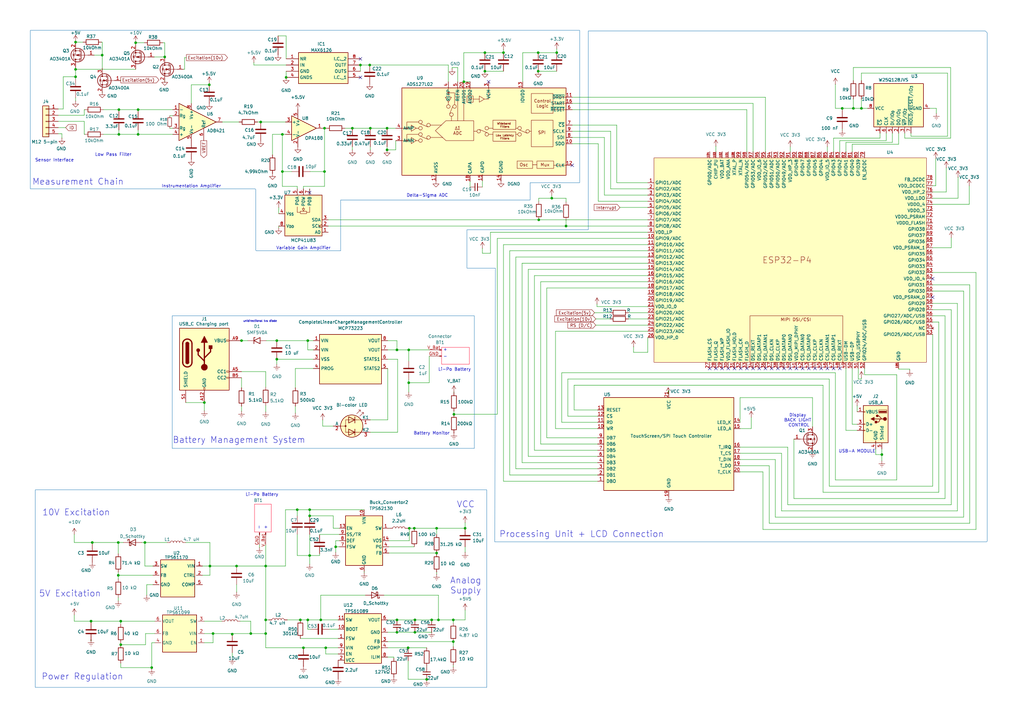
<source format=kicad_sch>
(kicad_sch (version 20250114) (generator "eeschema") (generator_version "9.0")
  (paper "A3")
  (title_block (title "Mobile Force Verification Unit") (date "2025-11-29") (rev "0.6") (company "Innovatest") (comment 1 "Group 02"))
  (rectangle (start 14.478 200.914) (end 199.644 281.94) (stroke (width 0) (color 33 122 182 1)))
  (rectangle (start 70.612 129.54) (end 194.564 183.896) (stroke (width 0) (color 33 122 182 1)))
  (text "5V Excitation\n" (at 28.702 243.586 0) (effects (font (size 2.54 2.54))))
  (text "10V Excitation" (at 31.242 210.312 0) (effects (font (size 2.54 2.54))))
  (text "-" (at 182.626 146.304 0) (effects (font (size 1.27 1.27))))
  (text "Power Regulation" (at 33.782 277.622 0) (effects (font (size 2.54 2.54))))
  (text "Delta-Sigma ADC" (at 175.26 80.264 0) (effects (font (size 1.27 1.27))))
  (text "-" (at 106.172 216.408 90) (effects (font (size 1.27 1.27))))
  (text "Battery Monitor" (at 177.038 177.8 0) (effects (font (size 1.27 1.27))))
  (text "Processing Unit + LCD Connection \n" (at 239.522 219.202 0) (effects (font (size 2.54 2.54))))
  (text "Analog\nSupply\n" (at 191.008 240.284 0) (effects (font (size 2.54 2.54))))
  (text "Battery Management System" (at 98.044 180.594 0) (effects (font (size 2.54 2.54))))
  (text "Sensor Interface" (at 22.352 65.786 0) (effects (font (size 1.27 1.27))))
  (text "VCC\n" (at 191.008 207.01 0) (effects (font (size 2.54 2.54))))
  (text "Variable Gain Amplifier\n" (at 124.46 101.854 0) (effects (font (size 1.27 1.27))))
  (text "+" (at 108.966 216.408 90) (effects (font (size 1.27 1.27))))
  (text "USB-A MODULE\n" (at 351.536 185.166 0) (effects (font (size 1.27 1.27))))
  (text "Instrumentation Amplifier" (at 78.486 76.454 0) (effects (font (size 1.27 1.27))))
  (text "+" (at 182.626 143.51 0) (effects (font (size 1.27 1.27))))
  (text "unidirectional tvs diode" (at 106.68 131.826 0) (effects (font (size 0.762 0.762))))
  (text "Low Pass Filter\n" (at 46.482 63.5 0) (effects (font (size 1.27 1.27))))
  (text "Display \nBACK LIGHT \nCONTROL\n" (at 327.66 172.466 0) (effects (font (size 1.27 1.27))))
  (text "Li-Po Battery\n" (at 107.442 202.946 0) (effects (font (size 1.27 1.27))))
  (text "Li-Po Battery\n" (at 186.436 151.638 0) (effects (font (size 1.27 1.27))))
  (text "Measurement Chain\n" (at 32.004 74.676 0) (effects (font (size 2.54 2.54))))
  (text_box "" (at 111.252 206.756 90) (size -6.858 11.43) (margins 0.9525 0.9525 0.9525 0.9525) (stroke (width 0) (color 255 18 58 1)) (effects (font (size 1.27 1.27)) (justify left top)))
  (text_box "" (at 181.102 142.494 0) (size 11.43 6.858) (margins 0.9525 0.9525 0.9525 0.9525) (stroke (width 0) (color 255 18 58 1)) (effects (font (size 1.27 1.27)) (justify left top)))
  (junction (at 83.82 165.1))
  (junction (at 151.638 26.67))
  (junction (at 115.824 70.358))
  (junction (at 123.19 254.254))
  (junction (at 151.892 52.578))
  (junction (at 108.966 254.254))
  (junction (at 56.642 55.118))
  (junction (at 158.75 52.578))
  (junction (at 67.564 23.368))
  (junction (at 108.966 232.156))
  (junction (at 124.46 265.684))
  (junction (at 108.966 259.842))
  (junction (at 48.768 44.958))
  (junction (at 126.238 254.254))
  (junction (at 133.096 52.578))
  (junction (at 162.814 259.334))
  (junction (at 37.338 254.762))
  (junction (at 167.894 216.662))
  (junction (at 99.06 139.7))
  (junction (at 121.92 209.042))
  (junction (at 85.852 34.798))
  (junction (at 167.64 143.51))
  (junction (at 170.18 259.334))
  (junction (at 127 211.582))
  (junction (at 158.75 61.468))
  (junction (at 55.626 17.526))
  (junction (at 228.346 21.59))
  (junction (at 170.18 254.254))
  (junction (at 345.44 44.45))
  (junction (at 175.006 278.638))
  (junction (at 232.156 92.71))
  (junction (at 41.91 22.606))
  (junction (at 113.538 147.32))
  (junction (at 49.53 254.762))
  (junction (at 220.726 29.21))
  (junction (at 59.436 222.504))
  (junction (at 30.988 17.272))
  (junction (at 56.642 44.958))
  (junction (at 169.926 216.662))
  (junction (at 167.64 156.972))
  (junction (at 185.928 263.144))
  (junction (at 87.376 259.842))
  (junction (at 185.928 254.254))
  (junction (at 117.348 31.75))
  (junction (at 220.726 21.59))
  (junction (at 198.882 29.21))
  (junction (at 86.106 232.156))
  (junction (at 62.23 273.812))
  (junction (at 131.572 254.254))
  (junction (at 198.882 21.59))
  (junction (at 102.87 259.842))
  (junction (at 115.824 55.118))
  (junction (at 162.814 254.254))
  (junction (at 350.012 44.45))
  (junction (at 95.25 260.096))
  (junction (at 167.386 265.684))
  (junction (at 113.538 139.7))
  (junction (at 48.514 235.966))
  (junction (at 179.07 216.662))
  (junction (at 179.832 254.254))
  (junction (at 30.988 31.496))
  (junction (at 133.096 70.358))
  (junction (at 190.754 216.662))
  (junction (at 127 209.042))
  (junction (at 186.182 169.926))
  (junction (at 137.668 224.282))
  (junction (at 353.314 44.45))
  (junction (at 190.246 33.528))
  (junction (at 127 227.838))
  (junction (at 179.07 226.822))
  (junction (at 144.526 52.578))
  (junction (at 147.828 26.67))
  (junction (at 133.604 265.684))
  (junction (at 106.934 50.038))
  (junction (at 206.502 21.59))
  (junction (at 126.238 139.7))
  (junction (at 37.846 222.504))
  (junction (at 162.814 143.51))
  (junction (at 361.696 186.436))
  (junction (at 97.028 232.156))
  (junction (at 220.98 90.17))
  (junction (at 49.53 264.414))
  (junction (at 226.314 81.28))
  (junction (at 30.988 28.448))
  (junction (at 48.768 55.118))
  (junction (at 177.038 254.254))
  (junction (at 48.514 222.504))
  (no_connect (at 341.884 151.13))
  (no_connect (at 324.104 151.13))
  (no_connect (at 331.724 151.13))
  (no_connect (at 344.424 151.13))
  (no_connect (at 303.784 151.13))
  (no_connect (at 308.864 151.13))
  (no_connect (at 291.084 151.13))
  (no_connect (at 321.564 151.13))
  (no_connect (at 313.944 151.13))
  (no_connect (at 339.344 151.13))
  (no_connect (at 301.244 151.13))
  (no_connect (at 336.804 151.13))
  (no_connect (at 316.484 151.13))
  (no_connect (at 293.624 151.13))
  (no_connect (at 147.828 31.75))
  (no_connect (at 200.406 33.528))
  (no_connect (at 319.024 151.13))
  (no_connect (at 326.644 151.13))
  (no_connect (at 127 78.994))
  (no_connect (at 147.828 24.13))
  (no_connect (at 311.404 151.13))
  (no_connect (at 329.184 151.13))
  (no_connect (at 296.164 151.13))
  (no_connect (at 234.696 67.818))
  (no_connect (at 306.324 151.13))
  (no_connect (at 382.524 114.3))
  (no_connect (at 334.264 151.13))
  (no_connect (at 382.524 121.92))
  (no_connect (at 298.704 151.13))
  (wire (pts (xy 234.696 51.308) (xy 252.984 51.308)))
  (wire (pts (xy 167.894 216.662) (xy 167.894 221.742)))
  (wire (pts (xy 206.502 29.21) (xy 198.882 29.21)))
  (wire (pts (xy 361.696 186.436) (xy 361.696 188.976)))
  (wire (pts (xy 127.508 258.064) (xy 126.238 258.064)))
  (wire (pts (xy 151.892 172.212) (xy 159.004 172.212)))
  (wire (pts (xy 342.646 44.45) (xy 345.44 44.45)))
  (wire (pts (xy 86.106 232.156) (xy 86.106 222.504)))
  (wire (pts (xy 159.004 263.144) (xy 185.928 263.144)))
  (wire (pts (xy 124.46 76.454) (xy 124.46 77.47)))
  (wire (pts (xy 102.87 259.842) (xy 95.25 259.842)))
  (wire (pts (xy 350.012 44.45) (xy 353.314 44.45)))
  (wire (pts (xy 306.324 44.958) (xy 306.324 62.23)))
  (wire (pts (xy 167.894 216.662) (xy 169.926 216.662)))
  (wire (pts (xy 382.524 78.74) (xy 388.112 78.74)))
  (wire (pts (xy 106.426 223.52) (xy 106.426 224.536)))
  (wire (pts (xy 354.584 153.67) (xy 367.792 153.67)))
  (wire (pts (xy 59.69 264.414) (xy 59.69 259.842)))
  (wire (pts (xy 381.254 44.45) (xy 384.048 44.45)))
  (wire (pts (xy 234.696 53.848) (xy 250.444 53.848)))
  (wire (pts (xy 224.282 118.11) (xy 265.684 118.11)))
  (wire (pts (xy 131.064 219.456) (xy 131.064 219.202)))
  (wire (pts (xy 48.768 53.34) (xy 48.768 55.118)))
  (wire (pts (xy 115.824 55.118) (xy 115.824 70.358)))
  (wire (pts (xy 127 219.202) (xy 127 227.838)))
  (wire (pts (xy 99.06 154.94) (xy 99.06 159.004)))
  (wire (pts (xy 159.004 139.7) (xy 162.814 139.7)))
  (wire (pts (xy 349.504 151.13) (xy 349.504 173.99)))
  (wire (pts (xy 235.458 168.148) (xy 235.458 157.988)))
  (wire (pts (xy 232.156 92.71) (xy 265.684 92.71)))
  (wire (pts (xy 106.934 50.038) (xy 117.094 50.038)))
  (wire (pts (xy 41.91 22.606) (xy 41.91 27.94)))
  (wire (pts (xy 94.996 259.842) (xy 87.376 259.842)))
  (wire (pts (xy 203.962 169.926) (xy 203.962 97.79)))
  (wire (pts (xy 159.512 224.282) (xy 169.926 224.282)))
  (wire (pts (xy 167.386 216.662) (xy 167.894 216.662)))
  (wire (pts (xy 167.386 265.684) (xy 167.386 265.938)))
  (wire (pts (xy 114.3 92.71) (xy 114.3 93.472)))
  (wire (pts (xy 344.424 57.658) (xy 363.474 57.658)))
  (wire (pts (xy 351.536 168.91) (xy 351.536 166.37)))
  (wire (pts (xy 62.738 239.776) (xy 60.198 239.776)))
  (wire (pts (xy 159.004 254.254) (xy 162.814 254.254)))
  (wire (pts (xy 303.53 183.388) (xy 323.088 183.388)))
  (wire (pts (xy 133.096 52.578) (xy 133.096 70.358)))
  (wire (pts (xy 133.096 76.454) (xy 124.46 76.454)))
  (wire (pts (xy 159.512 226.822) (xy 179.07 226.822)))
  (wire (pts (xy 133.604 265.684) (xy 138.684 265.684)))
  (wire (pts (xy 245.11 192.278) (xy 211.582 192.278)))
  (wire (pts (xy 167.64 143.51) (xy 167.64 148.082)))
  (wire (pts (xy 121.92 76.454) (xy 121.92 77.47)))
  (wire (pts (xy 214.376 21.59) (xy 214.376 33.528)))
  (wire (pts (xy 235.458 157.988) (xy 337.566 157.988)))
  (wire (pts (xy 257.81 128.27) (xy 265.684 128.27)))
  (wire (pts (xy 371.094 54.61) (xy 371.094 56.642)))
  (wire (pts (xy 312.928 217.17) (xy 400.304 217.17)))
  (wire (pts (xy 48.514 246.38) (xy 48.514 245.11)))
  (wire (pts (xy 234.696 42.418) (xy 308.864 42.418)))
  (wire (pts (xy 55.626 17.526) (xy 59.182 17.526)))
  (wire (pts (xy 104.14 26.67) (xy 117.348 26.67)))
  (wire (pts (xy 158.75 61.468) (xy 158.75 60.198)))
  (wire (pts (xy 337.566 201.93) (xy 385.064 201.93)))
  (wire (pts (xy 179.07 216.662) (xy 179.07 219.202)))
  (wire (pts (xy 220.98 82.55) (xy 220.98 81.28)))
  (wire (pts (xy 67.564 17.526) (xy 67.564 23.368)))
  (wire (pts (xy 190.754 250.19) (xy 190.754 254.254)))
  (wire (pts (xy 128.524 151.13) (xy 121.158 151.13)))
  (wire (pts (xy 324.104 60.198) (xy 324.104 62.23)))
  (wire (pts (xy 151.638 26.67) (xy 183.896 26.67)))
  (wire (pts (xy 30.988 17.272) (xy 34.036 17.272)))
  (wire (pts (xy 265.684 80.01) (xy 247.904 80.01)))
  (wire (pts (xy 49.53 254.762) (xy 49.53 256.032)))
  (wire (pts (xy 363.474 57.658) (xy 363.474 54.61)))
  (wire (pts (xy 48.768 44.958) (xy 48.768 45.72)))
  (wire (pts (xy 113.538 139.446) (xy 113.538 139.7)))
  (wire (pts (xy 201.168 95.25) (xy 265.684 95.25)))
  (wire (pts (xy 359.156 186.436) (xy 359.156 184.15)))
  (wire (pts (xy 159.512 216.662) (xy 159.766 216.662)))
  (wire (pts (xy 206.502 21.59) (xy 198.882 21.59)))
  (wire (pts (xy 167.894 221.742) (xy 159.512 221.742)))
  (wire (pts (xy 49.53 264.414) (xy 49.53 263.652)))
  (wire (pts (xy 147.828 26.67) (xy 151.638 26.67)))
  (wire (pts (xy 190.754 254.254) (xy 185.928 254.254)))
  (wire (pts (xy 177.038 254.254) (xy 179.832 254.254)))
  (wire (pts (xy 232.156 90.424) (xy 232.156 92.71)))
  (wire (pts (xy 373.126 151.384) (xy 373.126 151.892)))
  (wire (pts (xy 219.202 113.03) (xy 265.684 113.03)))
  (wire (pts (xy 167.64 155.702) (xy 167.64 156.972)))
  (wire (pts (xy 247.904 80.01) (xy 247.904 56.388)))
  (wire (pts (xy 127 209.042) (xy 127 211.582)))
  (wire (pts (xy 162.306 61.468) (xy 162.306 57.658)))
  (wire (pts (xy 131.064 219.202) (xy 139.192 219.202)))
  (wire (pts (xy 392.684 124.46) (xy 392.684 209.55)))
  (wire (pts (xy 211.582 105.41) (xy 211.582 192.278)))
  (wire (pts (xy 117.094 209.042) (xy 121.92 209.042)))
  (wire (pts (xy 41.656 17.272) (xy 41.91 17.272)))
  (wire (pts (xy 159.004 143.51) (xy 162.814 143.51)))
  (wire (pts (xy 190.246 21.59) (xy 190.246 33.528)))
  (wire (pts (xy 149.86 244.094) (xy 131.572 244.094)))
  (wire (pts (xy 216.662 187.198) (xy 245.11 187.198)))
  (wire (pts (xy 395.224 119.38) (xy 395.224 212.09)))
  (wire (pts (xy 341.884 62.23) (xy 341.884 56.642)))
  (wire (pts (xy 56.642 55.118) (xy 70.866 55.118)))
  (wire (pts (xy 190.246 33.528) (xy 192.786 33.528)))
  (wire (pts (xy 367.792 196.85) (xy 367.792 153.67)))
  (wire (pts (xy 185.42 28.194) (xy 185.42 27.686)))
  (wire (pts (xy 274.32 160.274) (xy 274.066 160.274)))
  (wire (pts (xy 349.504 59.182) (xy 368.554 59.182)))
  (wire (pts (xy 167.386 271.018) (xy 167.386 278.638)))
  (wire (pts (xy 139.192 216.662) (xy 136.652 216.662)))
  (wire (pts (xy 63.5 263.652) (xy 62.23 263.652)))
  (wire (pts (xy 387.604 129.54) (xy 387.604 204.47)))
  (wire (pts (xy 382.524 81.28) (xy 392.938 81.28)))
  (wire (pts (xy 227.838 175.768) (xy 245.11 175.768)))
  (wire (pts (xy 75.692 28.448) (xy 75.184 28.448)))
  (wire (pts (xy 227.838 135.89) (xy 227.838 175.768)))
  (wire (pts (xy 139.192 221.742) (xy 137.668 221.742)))
  (wire (pts (xy 206.502 100.33) (xy 265.684 100.33)))
  (wire (pts (xy 151.892 52.578) (xy 158.75 52.578)))
  (wire (pts (xy 131.572 254.254) (xy 138.684 254.254)))
  (wire (pts (xy 209.042 102.87) (xy 265.684 102.87)))
  (wire (pts (xy 109.22 139.7) (xy 113.538 139.7)))
  (wire (pts (xy 388.112 68.834) (xy 388.112 78.74)))
  (wire (pts (xy 360.934 56.642) (xy 360.934 54.61)))
  (wire (pts (xy 345.44 44.45) (xy 350.012 44.45)))
  (wire (pts (xy 368.554 151.384) (xy 368.554 151.13)))
  (wire (pts (xy 346.964 176.53) (xy 351.536 176.53)))
  (wire (pts (xy 121.92 227.838) (xy 127 227.838)))
  (wire (pts (xy 250.19 128.27) (xy 243.84 128.27)))
  (wire (pts (xy 245.11 170.688) (xy 232.918 170.688)))
  (wire (pts (xy 197.866 74.168) (xy 197.866 76.708)))
  (wire (pts (xy 371.094 56.642) (xy 389.89 56.642)))
  (wire (pts (xy 344.424 62.23) (xy 344.424 57.658)))
  (wire (pts (xy 108.966 152.4) (xy 108.966 158.75)))
  (wire (pts (xy 108.966 265.684) (xy 124.46 265.684)))
  (wire (pts (xy 149.352 234.442) (xy 149.352 234.95)))
  (wire (pts (xy 127 227.838) (xy 131.064 227.838)))
  (wire (pts (xy 86.106 232.156) (xy 83.058 232.156)))
  (wire (pts (xy 41.91 38.1) (xy 41.91 37.592)))
  (wire (pts (xy 179.07 234.696) (xy 179.07 235.458)))
  (wire (pts (xy 221.742 115.57) (xy 221.742 182.118)))
  (wire (pts (xy 141.478 52.578) (xy 144.526 52.578)))
  (wire (pts (xy 56.642 44.958) (xy 70.866 44.958)))
  (wire (pts (xy 382.524 76.2) (xy 383.794 76.2)))
  (wire (pts (xy 185.928 263.144) (xy 185.928 265.176)))
  (wire (pts (xy 111.76 55.118) (xy 111.76 63.5)))
  (wire (pts (xy 133.604 268.224) (xy 138.684 268.224)))
  (wire (pts (xy 115.824 70.358) (xy 119.634 70.358)))
  (wire (pts (xy 400.304 111.76) (xy 400.304 217.17)))
  (wire (pts (xy 265.684 82.55) (xy 245.364 82.55)))
  (wire (pts (xy 392.938 81.28) (xy 392.938 72.644)))
  (wire (pts (xy 30.48 222.504) (xy 30.48 219.202)))
  (wire (pts (xy 167.386 278.638) (xy 175.006 278.638)))
  (wire (pts (xy 187.706 27.686) (xy 187.706 33.528)))
  (wire (pts (xy 60.198 239.776) (xy 60.198 244.094)))
  (wire (pts (xy 115.824 55.118) (xy 111.76 55.118)))
  (wire (pts (xy 121.158 166.624) (xy 121.158 169.418)))
  (wire (pts (xy 308.864 62.23) (xy 308.864 42.418)))
  (wire (pts (xy 59.69 264.414) (xy 49.53 264.414)))
  (wire (pts (xy 361.696 186.436) (xy 359.156 186.436)))
  (wire (pts (xy 115.824 76.454) (xy 115.824 70.358)))
  (wire (pts (xy 78.486 34.798) (xy 78.486 42.418)))
  (wire (pts (xy 342.646 34.544) (xy 342.646 44.45)))
  (wire (pts (xy 124.46 265.684) (xy 133.604 265.684)))
  (wire (pts (xy 127 78.994) (xy 127 77.47)))
  (wire (pts (xy 315.468 191.008) (xy 315.468 214.63)))
  (wire (pts (xy 56.642 44.704) (xy 56.896 44.704)))
  (wire (pts (xy 232.156 82.804) (xy 232.156 81.28)))
  (wire (pts (xy 382.524 137.16) (xy 382.524 199.39)))
  (wire (pts (xy 131.064 227.076) (xy 131.064 227.838)))
  (wire (pts (xy 228.346 21.59) (xy 220.726 21.59)))
  (wire (pts (xy 83.82 165.1) (xy 83.82 168.402)))
  (wire (pts (xy 397.764 116.84) (xy 397.764 214.63)))
  (wire (pts (xy 176.022 146.05) (xy 176.022 156.972)))
  (wire (pts (xy 158.75 52.578) (xy 162.306 52.578)))
  (wire (pts (xy 87.376 259.842) (xy 83.82 259.842)))
  (wire (pts (xy 318.008 212.09) (xy 395.224 212.09)))
  (wire (pts (xy 303.53 188.468) (xy 318.008 188.468)))
  (wire (pts (xy 169.926 216.662) (xy 179.07 216.662)))
  (wire (pts (xy 368.554 54.61) (xy 368.554 59.182)))
  (wire (pts (xy 170.18 254.254) (xy 177.038 254.254)))
  (wire (pts (xy 34.544 55.118) (xy 34.798 55.118)))
  (wire (pts (xy 313.944 62.23) (xy 313.944 39.878)))
  (wire (pts (xy 274.066 160.274) (xy 274.066 161.544)))
  (wire (pts (xy 162.814 254.254) (xy 170.18 254.254)))
  (wire (pts (xy 224.282 118.11) (xy 224.282 179.578)))
  (wire (pts (xy 163.068 147.32) (xy 163.068 177.292)))
  (wire (pts (xy 257.81 130.81) (xy 265.684 130.81)))
  (wire (pts (xy 159.004 151.13) (xy 159.004 172.212)))
  (wire (pts (xy 250.444 53.848) (xy 250.444 77.47)))
  (wire (pts (xy 303.53 193.548) (xy 312.928 193.548)))
  (wire (pts (xy 206.502 20.32) (xy 206.502 21.59)))
  (wire (pts (xy 293.624 59.944) (xy 293.624 62.23)))
  (wire (pts (xy 366.014 58.42) (xy 366.014 54.61)))
  (wire (pts (xy 342.646 152.908) (xy 342.646 196.85)))
  (wire (pts (xy 108.966 232.156) (xy 117.094 232.156)))
  (wire (pts (xy 349.504 62.23) (xy 349.504 59.182)))
  (wire (pts (xy 30.48 254.762) (xy 30.48 252.222)))
  (wire (pts (xy 226.314 81.28) (xy 220.98 81.28)))
  (wire (pts (xy 37.846 223.012) (xy 37.846 222.504)))
  (wire (pts (xy 230.378 173.228) (xy 230.378 152.908)))
  (wire (pts (xy 137.668 224.282) (xy 137.668 226.568)))
  (wire (pts (xy 228.346 20.066) (xy 228.346 21.59)))
  (wire (pts (xy 389.89 56.642) (xy 389.89 27.686)))
  (wire (pts (xy 23.876 52.324) (xy 26.924 52.324)))
  (wire (pts (xy 265.684 138.43) (xy 265.684 144.526)))
  (wire (pts (xy 226.314 80.264) (xy 226.314 81.28)))
  (wire (pts (xy 373.634 55.88) (xy 373.634 54.61)))
  (wire (pts (xy 127 227.838) (xy 127 231.394)))
  (wire (pts (xy 127 211.582) (xy 136.652 211.582)))
  (wire (pts (xy 30.988 17.018) (xy 30.988 17.272)))
  (wire (pts (xy 62.23 263.652) (xy 62.23 273.812)))
  (wire (pts (xy 102.87 254.762) (xy 98.552 254.762)))
  (wire (pts (xy 221.742 182.118) (xy 245.11 182.118)))
  (wire (pts (xy 274.32 160.528) (xy 274.32 160.274)))
  (wire (pts (xy 37.338 254.762) (xy 49.53 254.762)))
  (wire (pts (xy 167.64 143.51) (xy 176.022 143.51)))
  (wire (pts (xy 382.524 101.6) (xy 390.144 101.6)))
  (wire (pts (xy 339.344 60.198) (xy 339.344 62.23)))
  (wire (pts (xy 55.626 17.526) (xy 55.626 18.288)))
  (wire (pts (xy 373.126 151.384) (xy 368.554 151.384)))
  (wire (pts (xy 126.238 254.254) (xy 126.238 258.064)))
  (wire (pts (xy 34.544 44.958) (xy 34.544 47.244)))
  (wire (pts (xy 353.314 40.64) (xy 353.314 44.45)))
  (wire (pts (xy 48.768 55.118) (xy 56.642 55.118)))
  (wire (pts (xy 34.544 49.784) (xy 23.876 49.784)))
  (wire (pts (xy 69.596 47.498) (xy 70.866 47.498)))
  (wire (pts (xy 175.006 273.304) (xy 175.006 273.558)))
  (wire (pts (xy 139.192 224.282) (xy 137.668 224.282)))
  (wire (pts (xy 245.11 173.228) (xy 230.378 173.228)))
  (wire (pts (xy 250.444 77.47) (xy 265.684 77.47)))
  (wire (pts (xy 221.742 115.57) (xy 265.684 115.57)))
  (wire (pts (xy 337.566 157.988) (xy 337.566 201.93)))
  (wire (pts (xy 37.338 262.382) (xy 37.338 262.89)))
  (wire (pts (xy 345.44 45.212) (xy 345.44 44.45)))
  (wire (pts (xy 353.314 33.02) (xy 353.314 29.972)))
  (wire (pts (xy 382.524 83.82) (xy 397.51 83.82)))
  (wire (pts (xy 137.668 221.742) (xy 137.668 224.282)))
  (wire (pts (xy 244.348 130.81) (xy 250.19 130.81)))
  (wire (pts (xy 30.988 40.132) (xy 30.988 41.402)))
  (wire (pts (xy 117.094 55.118) (xy 115.824 55.118)))
  (wire (pts (xy 121.158 151.13) (xy 121.158 159.004)))
  (wire (pts (xy 25.908 31.496) (xy 25.908 44.704)))
  (wire (pts (xy 41.91 17.272) (xy 41.91 22.606)))
  (wire (pts (xy 151.892 60.198) (xy 151.892 61.468)))
  (wire (pts (xy 245.11 168.148) (xy 235.458 168.148)))
  (wire (pts (xy 303.53 191.008) (xy 315.468 191.008)))
  (wire (pts (xy 123.19 254.254) (xy 126.238 254.254)))
  (wire (pts (xy 340.106 199.39) (xy 382.524 199.39)))
  (wire (pts (xy 136.652 216.662) (xy 136.652 211.582)))
  (wire (pts (xy 192.786 74.422) (xy 192.786 76.708)))
  (wire (pts (xy 50.546 222.504) (xy 48.514 222.504)))
  (wire (pts (xy 135.128 258.064) (xy 138.684 258.064)))
  (wire (pts (xy 86.106 232.156) (xy 86.106 235.966)))
  (wire (pts (xy 42.418 55.118) (xy 48.768 55.118)))
  (wire (pts (xy 49.53 272.034) (xy 49.53 273.812)))
  (wire (pts (xy 234.696 58.928) (xy 245.364 58.928)))
  (wire (pts (xy 320.548 209.55) (xy 392.684 209.55)))
  (wire (pts (xy 206.502 100.33) (xy 206.502 197.358)))
  (wire (pts (xy 75.692 23.622) (xy 75.692 28.448)))
  (wire (pts (xy 234.696 44.958) (xy 306.324 44.958)))
  (wire (pts (xy 62.23 274.32) (xy 62.23 273.812)))
  (wire (pts (xy 185.928 254.254) (xy 185.928 255.524)))
  (wire (pts (xy 232.918 170.688) (xy 232.918 155.448)))
  (wire (pts (xy 323.088 183.388) (xy 323.088 207.01)))
  (wire (pts (xy 99.06 139.7) (xy 101.6 139.7)))
  (wire (pts (xy 244.856 125.73) (xy 244.856 124.714)))
  (wire (pts (xy 244.348 133.35) (xy 265.684 133.35)))
  (wire (pts (xy 308.102 175.768) (xy 308.102 171.196)))
  (wire (pts (xy 87.376 263.652) (xy 83.82 263.652)))
  (wire (pts (xy 254.254 85.09) (xy 265.684 85.09)))
  (wire (pts (xy 25.908 31.496) (xy 30.988 31.496)))
  (wire (pts (xy 179.07 227.076) (xy 179.07 226.822)))
  (wire (pts (xy 159.004 259.334) (xy 162.814 259.334)))
  (wire (pts (xy 167.386 265.684) (xy 175.006 265.684)))
  (wire (pts (xy 162.814 139.7) (xy 162.814 143.51)))
  (wire (pts (xy 30.988 17.272) (xy 30.988 17.526)))
  (wire (pts (xy 132.334 172.212) (xy 132.334 174.752)))
  (wire (pts (xy 392.684 124.46) (xy 382.524 124.46)))
  (wire (pts (xy 352.044 155.448) (xy 353.314 155.448)))
  (wire (pts (xy 48.514 222.504) (xy 37.846 222.504)))
  (wire (pts (xy 117.348 31.75) (xy 117.348 29.21)))
  (wire (pts (xy 384.048 44.45) (xy 384.048 46.482)))
  (wire (pts (xy 234.696 56.388) (xy 247.904 56.388)))
  (wire (pts (xy 91.186 50.038) (xy 98.044 50.038)))
  (wire (pts (xy 97.028 232.156) (xy 86.106 232.156)))
  (wire (pts (xy 56.642 53.34) (xy 56.642 55.118)))
  (wire (pts (xy 132.334 174.752) (xy 136.652 174.752)))
  (wire (pts (xy 95.25 260.096) (xy 94.996 260.096)))
  (wire (pts (xy 259.842 142.24) (xy 259.842 144.526)))
  (wire (pts (xy 214.122 107.95) (xy 265.684 107.95)))
  (wire (pts (xy 25.4 54.864) (xy 25.4 56.642)))
  (wire (pts (xy 216.662 110.49) (xy 265.684 110.49)))
  (wire (pts (xy 114.3 85.09) (xy 114.3 87.63)))
  (wire (pts (xy 346.964 151.13) (xy 346.964 176.53)))
  (wire (pts (xy 85.852 34.798) (xy 85.852 34.036)))
  (wire (pts (xy 94.996 260.096) (xy 94.996 259.842)))
  (wire (pts (xy 201.168 103.886) (xy 201.168 95.25)))
  (wire (pts (xy 209.042 102.87) (xy 209.042 194.818)))
  (wire (pts (xy 86.106 222.504) (xy 76.2 222.504)))
  (wire (pts (xy 63.246 23.368) (xy 67.564 23.368)))
  (wire (pts (xy 318.008 188.468) (xy 318.008 212.09)))
  (wire (pts (xy 113.538 147.32) (xy 128.524 147.32)))
  (wire (pts (xy 127 209.042) (xy 149.352 209.042)))
  (wire (pts (xy 99.06 166.624) (xy 99.06 168.656)))
  (wire (pts (xy 108.966 254.254) (xy 108.966 259.842)))
  (wire (pts (xy 349.504 173.99) (xy 351.536 173.99)))
  (wire (pts (xy 159.004 147.32) (xy 163.068 147.32)))
  (wire (pts (xy 48.514 235.966) (xy 48.514 237.49)))
  (wire (pts (xy 76.2 165.1) (xy 83.82 165.1)))
  (wire (pts (xy 179.832 254.254) (xy 185.928 254.254)))
  (wire (pts (xy 117.856 254.254) (xy 123.19 254.254)))
  (wire (pts (xy 127.254 70.358) (xy 133.096 70.358)))
  (wire (pts (xy 158.75 61.468) (xy 162.306 61.468)))
  (wire (pts (xy 323.088 207.01) (xy 390.144 207.01)))
  (wire (pts (xy 303.53 163.068) (xy 333.248 163.068)))
  (wire (pts (xy 382.524 111.76) (xy 400.304 111.76)))
  (wire (pts (xy 197.866 103.886) (xy 197.866 101.854)))
  (wire (pts (xy 37.338 254.762) (xy 37.338 255.27)))
  (wire (pts (xy 102.87 259.842) (xy 108.966 259.842)))
  (wire (pts (xy 341.884 56.642) (xy 360.934 56.642)))
  (wire (pts (xy 320.548 185.928) (xy 320.548 209.55)))
  (wire (pts (xy 214.122 107.95) (xy 214.122 189.738)))
  (wire (pts (xy 186.182 168.656) (xy 186.182 169.926)))
  (wire (pts (xy 34.544 44.958) (xy 34.798 44.958)))
  (wire (pts (xy 108.966 232.156) (xy 108.966 254.254)))
  (wire (pts (xy 227.838 135.89) (xy 265.684 135.89)))
  (wire (pts (xy 117.094 209.042) (xy 117.094 232.156)))
  (wire (pts (xy 245.364 82.55) (xy 245.364 58.928)))
  (wire (pts (xy 252.984 74.93) (xy 265.684 74.93)))
  (wire (pts (xy 183.896 26.67) (xy 183.896 33.528)))
  (wire (pts (xy 385.064 132.08) (xy 385.064 201.93)))
  (wire (pts (xy 220.98 90.17) (xy 265.684 90.17)))
  (wire (pts (xy 86.106 235.966) (xy 83.058 235.966)))
  (wire (pts (xy 382.524 119.38) (xy 395.224 119.38)))
  (wire (pts (xy 232.156 81.28) (xy 226.314 81.28)))
  (wire (pts (xy 190.754 224.282) (xy 190.754 226.568)))
  (wire (pts (xy 190.246 21.59) (xy 198.882 21.59)))
  (wire (pts (xy 252.984 51.308) (xy 252.984 74.93)))
  (wire (pts (xy 113.538 147.32) (xy 113.538 149.352)))
  (wire (pts (xy 108.966 166.37) (xy 108.966 168.91)))
  (wire (pts (xy 134.62 90.17) (xy 220.98 90.17)))
  (wire (pts (xy 353.314 29.972) (xy 388.62 29.972)))
  (wire (pts (xy 121.92 76.454) (xy 115.824 76.454)))
  (wire (pts (xy 59.436 222.504) (xy 58.166 222.504)))
  (wire (pts (xy 123.19 261.874) (xy 138.684 261.874)))
  (wire (pts (xy 179.07 216.662) (xy 190.754 216.662)))
  (wire (pts (xy 312.928 193.548) (xy 312.928 217.17)))
  (wire (pts (xy 68.58 222.504) (xy 59.436 222.504)))
  (wire (pts (xy 56.642 44.704) (xy 56.642 44.958)))
  (wire (pts (xy 211.582 105.41) (xy 265.684 105.41)))
  (wire (pts (xy 133.096 70.358) (xy 133.096 76.454)))
  (wire (pts (xy 30.988 28.448) (xy 30.988 31.496)))
  (wire (pts (xy 216.662 110.49) (xy 216.662 187.198)))
  (wire (pts (xy 126.238 139.7) (xy 128.524 139.7)))
  (wire (pts (xy 117.348 14.732) (xy 117.348 24.13)))
  (wire (pts (xy 186.182 169.926) (xy 203.962 169.926)))
  (wire (pts (xy 315.468 214.63) (xy 397.764 214.63)))
  (wire (pts (xy 126.238 143.51) (xy 126.238 139.7)))
  (wire (pts (xy 59.436 232.156) (xy 62.738 232.156)))
  (wire (pts (xy 245.11 194.818) (xy 209.042 194.818)))
  (wire (pts (xy 133.604 268.224) (xy 133.604 265.684)))
  (wire (pts (xy 25.908 44.704) (xy 23.876 44.704)))
  (wire (pts (xy 95.25 259.842) (xy 95.25 260.096)))
  (wire (pts (xy 62.738 235.966) (xy 48.514 235.966)))
  (wire (pts (xy 390.144 127) (xy 390.144 207.01)))
  (wire (pts (xy 97.028 242.824) (xy 97.028 239.776)))
  (wire (pts (xy 390.144 127) (xy 382.524 127)))
  (wire (pts (xy 350.012 40.64) (xy 350.012 44.45)))
  (wire (pts (xy 353.314 154.94) (xy 353.314 155.448)))
  (wire (pts (xy 98.806 139.7) (xy 99.06 139.7)))
  (wire (pts (xy 30.988 28.448) (xy 55.626 28.448)))
  (wire (pts (xy 345.44 53.34) (xy 345.44 52.832)))
  (wire (pts (xy 23.876 54.864) (xy 25.4 54.864)))
  (wire (pts (xy 214.376 21.59) (xy 220.726 21.59)))
  (wire (pts (xy 38.608 22.606) (xy 41.91 22.606)))
  (wire (pts (xy 388.62 29.972) (xy 388.62 55.88)))
  (wire (pts (xy 67.564 33.528) (xy 67.564 32.512)))
  (wire (pts (xy 59.436 222.504) (xy 59.436 232.156)))
  (wire (pts (xy 354.584 151.13) (xy 354.584 153.67)))
  (wire (pts (xy 162.814 143.51) (xy 167.64 143.51)))
  (wire (pts (xy 383.794 65.024) (xy 383.794 76.2)))
  (wire (pts (xy 186.182 160.782) (xy 186.182 161.036)))
  (wire (pts (xy 144.526 52.578) (xy 151.892 52.578)))
  (wire (pts (xy 147.828 26.67) (xy 147.828 29.21)))
  (wire (pts (xy 121.92 219.202) (xy 121.92 227.838)))
  (wire (pts (xy 37.846 222.504) (xy 30.48 222.504)))
  (wire (pts (xy 161.544 269.494) (xy 159.004 269.494)))
  (wire (pts (xy 49.53 273.812) (xy 62.23 273.812)))
  (wire (pts (xy 30.988 32.512) (xy 30.988 31.496)))
  (wire (pts (xy 175.006 278.638) (xy 175.006 278.892)))
  (wire (pts (xy 185.42 27.686) (xy 187.706 27.686)))
  (wire (pts (xy 167.64 156.972) (xy 167.64 160.782)))
  (wire (pts (xy 121.92 209.042) (xy 127 209.042)))
  (wire (pts (xy 185.928 273.558) (xy 185.928 272.796)))
  (wire (pts (xy 303.53 185.928) (xy 320.548 185.928)))
  (wire (pts (xy 382.524 132.08) (xy 385.064 132.08)))
  (wire (pts (xy 325.628 180.086) (xy 325.628 204.47)))
  (wire (pts (xy 126.238 143.51) (xy 128.524 143.51)))
  (wire (pts (xy 34.544 55.118) (xy 34.544 49.784)))
  (wire (pts (xy 87.376 259.842) (xy 87.376 263.652)))
  (wire (pts (xy 203.962 97.79) (xy 265.684 97.79)))
  (wire (pts (xy 245.11 197.358) (xy 206.502 197.358)))
  (wire (pts (xy 30.48 254.762) (xy 37.338 254.762)))
  (wire (pts (xy 95.25 267.716) (xy 95.25 270.002)))
  (wire (pts (xy 34.544 47.244) (xy 23.876 47.244)))
  (wire (pts (xy 48.768 44.958) (xy 56.642 44.958)))
  (wire (pts (xy 108.966 223.52) (xy 108.966 232.156)))
  (wire (pts (xy 387.604 129.54) (xy 382.524 129.54)))
  (wire (pts (xy 350.012 33.02) (xy 350.012 27.686)))
  (wire (pts (xy 49.53 254.762) (xy 63.5 254.762)))
  (wire (pts (xy 114.046 14.732) (xy 117.348 14.732)))
  (wire (pts (xy 232.918 155.448) (xy 340.106 155.448)))
  (wire (pts (xy 228.346 21.59) (xy 228.346 21.844)))
  (wire (pts (xy 162.814 259.334) (xy 170.18 259.334)))
  (wire (pts (xy 66.802 17.526) (xy 67.564 17.526)))
  (wire (pts (xy 113.538 139.7) (xy 126.238 139.7)))
  (wire (pts (xy 219.202 184.658) (xy 245.11 184.658)))
  (wire (pts (xy 350.012 27.686) (xy 389.89 27.686)))
  (wire (pts (xy 30.988 27.686) (xy 30.988 28.448)))
  (wire (pts (xy 131.572 244.094) (xy 131.572 254.254)))
  (wire (pts (xy 346.964 62.23) (xy 346.964 58.42)))
  (wire (pts (xy 361.696 186.436) (xy 361.696 184.15)))
  (wire (pts (xy 179.832 244.094) (xy 179.832 254.254)))
  (wire (pts (xy 108.966 259.842) (xy 108.966 265.684)))
  (wire (pts (xy 108.966 232.156) (xy 97.028 232.156)))
  (wire (pts (xy 121.92 209.042) (xy 121.92 211.582)))
  (wire (pts (xy 56.642 44.958) (xy 56.642 45.72)))
  (wire (pts (xy 325.628 204.47) (xy 387.604 204.47)))
  (wire (pts (xy 170.18 259.334) (xy 177.038 259.334)))
  (wire (pts (xy 397.51 76.2) (xy 397.51 83.82)))
  (wire (pts (xy 99.06 152.4) (xy 108.966 152.4)))
  (wire (pts (xy 102.87 254.762) (xy 102.87 259.842)))
  (wire (pts (xy 224.282 179.578) (xy 245.11 179.578)))
  (wire (pts (xy 388.62 55.88) (xy 373.634 55.88)))
  (wire (pts (xy 133.096 52.578) (xy 133.858 52.578)))
  (wire (pts (xy 234.696 39.878) (xy 313.944 39.878)))
  (wire (pts (xy 104.14 25.654) (xy 104.14 26.67)))
  (wire (pts (xy 190.754 216.662) (xy 190.754 214.376)))
  (wire (pts (xy 69.596 52.578) (xy 70.866 52.578)))
  (wire (pts (xy 352.044 151.13) (xy 352.044 155.448)))
  (wire (pts (xy 108.966 254.254) (xy 110.236 254.254)))
  (wire (pts (xy 55.626 17.272) (xy 55.626 17.526)))
  (wire (pts (xy 230.378 152.908) (xy 342.646 152.908)))
  (wire (pts (xy 346.964 58.42) (xy 366.014 58.42)))
  (wire (pts (xy 134.62 92.71) (xy 232.156 92.71)))
  (wire (pts (xy 42.418 44.958) (xy 48.768 44.958)))
  (wire (pts (xy 259.842 144.526) (xy 265.684 144.526)))
  (wire (pts (xy 228.346 29.21) (xy 220.726 29.21)))
  (wire (pts (xy 390.144 97.536) (xy 390.144 101.6)))
  (wire (pts (xy 201.168 103.886) (xy 197.866 103.886)))
  (wire (pts (xy 48.514 234.696) (xy 48.514 235.966)))
  (wire (pts (xy 157.48 244.094) (xy 179.832 244.094)))
  (wire (pts (xy 340.106 155.448) (xy 340.106 199.39)))
  (wire (pts (xy 59.69 259.842) (xy 63.5 259.842)))
  (wire (pts (xy 90.932 254.762) (xy 83.82 254.762)))
  (wire (pts (xy 85.852 34.798) (xy 78.486 34.798)))
  (wire (pts (xy 342.646 196.85) (xy 367.792 196.85)))
  (wire (pts (xy 382.524 116.84) (xy 397.764 116.84)))
  (wire (pts (xy 151.892 177.292) (xy 163.068 177.292)))
  (wire (pts (xy 353.314 44.45) (xy 355.854 44.45)))
  (wire (pts (xy 219.202 113.03) (xy 219.202 184.658)))
  (wire (pts (xy 303.53 163.068) (xy 303.53 173.228)))
  (wire (pts (xy 244.856 125.73) (xy 265.684 125.73)))
  (wire (pts (xy 159.004 265.684) (xy 167.386 265.684)))
  (wire (pts (xy 48.514 222.504) (xy 48.514 227.076)))
  (wire (pts (xy 214.122 189.738) (xy 245.11 189.738)))
  (wire (pts (xy 75.692 23.622) (xy 76.454 23.622)))
  (wire (pts (xy 303.53 175.768) (xy 308.102 175.768)))
  (wire (pts (xy 161.544 270.002) (xy 161.544 269.494)))
  (wire (pts (xy 144.526 61.468) (xy 144.526 60.198)))
  (wire (pts (xy 49.53 33.02) (xy 49.53 32.766)))
  (wire (pts (xy 126.238 254.254) (xy 131.572 254.254)))
  (wire (pts (xy 113.538 139.7) (xy 113.538 140.208)))
  (wire (pts (xy 132.334 52.578) (xy 133.096 52.578)))
  (wire (pts (xy 105.664 50.038) (xy 106.934 50.038)))
  (wire (pts (xy 176.022 156.972) (xy 167.64 156.972)))
  (wire (pts (xy 333.248 163.068) (xy 333.248 175.006)))
  (global_label "Interrupt" (shape input) (at 254.254 85.09 180) (property "Intersheetrefs" "${INTERSHEET_REFS}" (effects (hide yes))))
  (global_label "Excitation(5v)" (shape output) (at 49.53 32.766 0) (property "Intersheetrefs" "${INTERSHEET_REFS}" (effects (hide yes))))
  (global_label "Excitation(10v)" (shape input) (at 244.348 130.81 180) (property "Intersheetrefs" "${INTERSHEET_REFS}" (effects (hide yes))))
  (global_label "Excitation(5v)" (shape input) (at 243.84 128.27 180) (property "Intersheetrefs" "${INTERSHEET_REFS}" (effects (hide yes))))
  (global_label "ID" (shape input) (at 26.924 52.324 0) (property "Intersheetrefs" "${INTERSHEET_REFS}" (effects (hide yes))))
  (global_label "VREF" (shape output) (at 83.566 57.658 270) (property "Intersheetrefs" "${INTERSHEET_REFS}" (effects (hide yes))))
  (global_label "Excitation(10v)" (shape output) (at 76.454 23.622 0) (property "Intersheetrefs" "${INTERSHEET_REFS}" (effects (hide yes))))
  (global_label "RS (D{slash}C)" (shape input) (at 244.348 133.35 180) (property "Intersheetrefs" "${INTERSHEET_REFS}" (effects (hide yes))))
  (rule_area (polyline (pts (xy 202.946 222.25) (xy 404.622 222.25) (xy 404.876 221.996) (xy 404.876 13.462) (xy 404.114 12.7) (xy 241.3 12.7) (xy 241.3 94.234) (xy 191.516 94.234) (xy 191.516 109.982) (xy 203.2 109.982) (xy 203.2 110.744)) (stroke (width 0) (color 33 122 182 1))))
  (rule_area (polyline (pts (xy 237.744 74.93) (xy 217.424 74.93) (xy 217.424 82.042) (xy 139.7 82.042) (xy 139.7 102.87) (xy 105.156 102.87) (xy 104.902 102.616) (xy 104.902 77.724) (xy 104.648 77.47) (xy 12.446 77.47) (xy 12.446 12.446) (xy 237.744 12.446)) (stroke (width 0) (color 33 122 182 1))))
  (symbol (lib_id "power:GNDREF") (at 274.32 203.708 0) (mirror y) (unit 1)
    (property "Reference" "#PWR098" (effects (hide yes)))
    (property "Value" "GND" (at 274.32 208.788 0))
    (property "Description" "Power symbol creates a global label with name \"GNDREF\" , reference supply ground" (effects (hide yes)))
  )
  (symbol (lib_id "power:GNDREF") (at 373.126 151.892 0) (unit 1)
    (property "Reference" "#PWR028" (effects (hide yes)))
    (property "Value" "GND" (at 373.126 156.972 0))
    (property "Description" "Power symbol creates a global label with name \"GNDREF\" , reference supply ground" (effects (hide yes)))
  )
  (symbol (lib_id "power:GNDREF") (at 124.46 273.304 0) (unit 1)
    (property "Reference" "#PWR050" (effects (hide yes)))
    (property "Value" "GND" (at 124.46 277.622 0))
    (property "Description" "Power symbol creates a global label with name \"GNDREF\" , reference supply ground" (effects (hide yes)))
  )
  (symbol (lib_id "Device:C") (at 106.934 53.848 0) (unit 1)
    (property "Reference" "C16" (at 100.33 53.34 0) (effects (justify left)))
    (property "Value" "4.7uF" (at 99.314 56.388 0) (effects (justify left)))
    (property "Description" "Unpolarized capacitor" (effects (hide yes)))
  )
  (symbol (lib_id "Driver_LED:TPS61165DBV") (at 72.898 237.236 0) (mirror y) (unit 1)
    (property "Reference" "U2" (at 72.39 226.822 0))
    (property "Value" "TPS61170" (at 72.39 228.6 0))
    (property "Footprint" "Package_TO_SOT_SMD:SOT-23-6" (effects (hide yes)))
    (property "Datasheet" "https://www.ti.com/lit/ds/symlink/tps61165.pdf" (effects (hide yes)))
    (property "Description" "High-Brightness, White LED Driver, 3V to 18V input voltage range, internal switch, constant current, up to 38V/1.2A output, SOT-23-6" (effects (hide yes)))
  )
  (symbol (lib_id "Device:C") (at 228.346 25.4 0) (mirror y) (unit 1)
    (property "Reference" "C20" (at 232.41 23.114 0) (effects (justify left)))
    (property "Value" "10uF" (at 227.838 27.686 0) (effects (justify left)))
    (property "Description" "Unpolarized capacitor" (effects (hide yes)))
  )
  (symbol (lib_id "power:GNDREF") (at 179.07 235.458 0) (unit 1)
    (property "Reference" "#PWR094" (effects (hide yes)))
    (property "Value" "GND" (at 179.07 240.538 0))
    (property "Description" "Power symbol creates a global label with name \"GNDREF\" , reference supply ground" (effects (hide yes)))
  )
  (symbol (lib_id "power:GNDREF") (at 137.668 226.568 0) (unit 1)
    (property "Reference" "#PWR054" (effects (hide yes)))
    (property "Value" "GND" (at 137.668 230.378 0))
    (property "Description" "Power symbol creates a global label with name \"GNDREF\" , reference supply ground" (effects (hide yes)))
  )
  (symbol (lib_id "power:GNDREF") (at 108.966 168.91 0) (unit 1)
    (property "Reference" "#PWR04" (effects (hide yes)))
    (property "Value" "GND" (at 108.966 173.99 0))
    (property "Description" "Power symbol creates a global label with name \"GNDREF\" , reference supply ground" (effects (hide yes)))
  )
  (symbol (lib_id "power:VCC") (at 339.344 60.198 0) (unit 1)
    (property "Reference" "#PWR031" (effects (hide yes)))
    (property "Value" "VCC 3V3" (at 334.518 57.15 0))
    (property "Description" "Power symbol creates a global label with name \"VCC\"" (effects (hide yes)))
  )
  (symbol (lib_id "Device:C") (at 131.318 258.064 90) (unit 1)
    (property "Reference" "C53" (at 130.048 256.794 90) (effects (justify left)))
    (property "Value" "0.1uF" (at 137.668 256.54 90) (effects (justify left)))
    (property "Description" "Unpolarized capacitor" (effects (hide yes)))
  )
  (symbol (lib_id "Device:L") (at 94.742 254.762 270) (mirror x) (unit 1)
    (property "Reference" "4.7uH" (at 99.06 252.984 90))
    (property "Value" "L2" (at 91.186 253.492 90))
    (property "Description" "Inductor" (effects (hide yes)))
  )
  (symbol (lib_id "power:GNDREF") (at 361.696 188.976 0) (mirror y) (unit 1)
    (property "Reference" "#PWR036" (effects (hide yes)))
    (property "Value" "GND" (at 361.696 194.056 0))
    (property "Description" "Power symbol creates a global label with name \"GNDREF\" , reference supply ground" (effects (hide yes)))
  )
  (symbol (lib_id "Device:R") (at 185.928 259.334 0) (unit 1)
    (property "Reference" "R26" (at 188.214 258.0639 0) (effects (justify left)))
    (property "Value" "4.87 kΩ" (at 188.214 260.6039 0) (effects (justify left)))
    (property "Description" "Resistor" (effects (hide yes)))
  )
  (symbol (lib_id "power:GND") (at 111.76 71.12 0) (unit 1)
    (property "Reference" "#PWR061" (effects (hide yes)))
    (property "Value" "GND" (at 111.76 76.2 0))
    (property "Description" "Power symbol creates a global label with name \"GND\" , ground" (effects (hide yes)))
  )
  (symbol (lib_id "Device:R") (at 169.926 220.472 0) (unit 1)
    (property "Reference" "R49" (at 164.084 219.202 0) (effects (justify left)))
    (property "Value" "100 kΩ" (at 171.45 219.202 0) (effects (justify left)))
    (property "Description" "Resistor" (effects (hide yes)))
  )
  (symbol (lib_id "Device:R") (at 185.928 268.986 0) (unit 1)
    (property "Reference" "R27" (at 188.214 267.7159 0) (effects (justify left)))
    (property "Value" "10 kΩ" (at 188.214 270.2559 0) (effects (justify left)))
    (property "Description" "Resistor" (effects (hide yes)))
  )
  (symbol (lib_id "power:GNDREF") (at 83.82 168.402 0) (unit 1)
    (property "Reference" "#PWR02" (effects (hide yes)))
    (property "Value" "GND" (at 83.82 172.974 0))
    (property "Description" "Power symbol creates a global label with name \"GNDREF\" , reference supply ground" (effects (hide yes)))
  )
  (symbol (lib_id "power:VCC") (at 353.314 154.94 0) (unit 1)
    (property "Reference" "#PWR045" (effects (hide yes)))
    (property "Value" "VCC 3V3" (at 354.076 156.718 0))
    (property "Description" "Power symbol creates a global label with name \"VCC\"" (effects (hide yes)))
  )
  (symbol (lib_id "Device:C") (at 30.988 36.322 0) (unit 1)
    (property "Reference" "C34" (at 26.924 34.29 0) (effects (justify left)))
    (property "Value" "0.1uF" (at 31.242 38.608 0) (effects (justify left)))
    (property "Description" "Unpolarized capacitor" (effects (hide yes)))
  )
  (symbol (lib_id "Device:C") (at 124.46 269.494 0) (unit 1)
    (property "Reference" "C28" (at 118.364 269.494 0) (effects (justify left)))
    (property "Value" "10uF" (at 126.746 269.494 0) (effects (justify left)))
    (property "Description" "Unpolarized capacitor" (effects (hide yes)))
  )
  (symbol (lib_id "Device:R") (at 137.668 52.578 270) (unit 1)
    (property "Reference" "R21" (at 137.668 46.482 90))
    (property "Value" "10kOhm" (at 137.668 48.768 90))
    (property "Description" "Resistor" (effects (hide yes)))
  )
  (symbol (lib_id "MAX6126A30+T:MAX6126A30+T") (at 117.348 24.13 0) (unit 1)
    (property "Reference" "IC1" (at 131.826 18.034 0))
    (property "Value" "MAX6126" (at 131.826 20.574 0))
    (property "Footprint" "SOP65P490X110-8N" (effects (hide yes)))
    (property "Datasheet" "https://datasheets.maximintegrated.com/en/ds/MAX6126.pdf" (effects (hide yes)))
    (property "Description" "Voltage References Ultra-High-Precision Ultra-Low-Noise" (effects (hide yes)))
    (property "Height" "1.1" (effects (hide yes)))
    (property "Mouser Part Number" "700-MAX6126A30T" (effects (hide yes)))
    (property "Mouser Price/Stock" "https://www.mouser.co.uk/ProductDetail/Analog-Devices-Maxim-Integrated/MAX6126A30%2bT?qs=GxOUx7aO6nz7u5ex3tMmZQ%3D%3D" (effects (hide yes)))
    (property "Manufacturer_Name" "Analog Devices" (effects (hide yes)))
    (property "Manufacturer_Part_Number" "MAX6126A30+T" (effects (hide yes)))
  )
  (symbol (lib_id "power:GND") (at 85.852 42.418 0) (unit 1)
    (property "Reference" "#PWR057" (effects (hide yes)))
    (property "Value" "GND" (at 82.55 44.196 0))
    (property "Description" "Power symbol creates a global label with name \"GND\" , ground" (effects (hide yes)))
  )
  (symbol (lib_id "power:VCC") (at 122.174 44.958 0) (unit 1)
    (property "Reference" "#PWR063" (effects (hide yes)))
    (property "Value" "+5.5V" (at 122.174 39.878 0))
    (property "Description" "Power symbol creates a global label with name \"VCC\"" (effects (hide yes)))
  )
  (symbol (lib_id "power:VCC") (at 228.346 20.066 0) (mirror y) (unit 1)
    (property "Reference" "#PWR079" (effects (hide yes)))
    (property "Value" "+3.3V" (at 228.346 16.002 0))
    (property "Description" "Power symbol creates a global label with name \"VCC\"" (effects (hide yes)))
  )
  (symbol (lib_id "Device:L") (at 163.576 216.662 90) (unit 1)
    (property "Reference" "L6" (at 163.576 211.074 90))
    (property "Value" "2.2uH" (at 163.576 213.614 90))
    (property "Description" "Inductor" (effects (hide yes)))
  )
  (symbol (lib_id "Device:R") (at 38.608 44.958 270) (unit 1)
    (property "Reference" "R16" (at 38.608 42.672 90))
    (property "Value" "10kOhm" (at 38.862 47.752 90))
    (property "Description" "Resistor" (effects (hide yes)))
  )
  (symbol (lib_id "Amplifier_Operational:OPA188xxDBV") (at 124.714 52.578 0) (unit 1)
    (property "Reference" "U8" (at 125.222 48.514 0))
    (property "Value" "OPA188" (at 128.778 56.642 0))
    (property "Footprint" "Package_TO_SOT_SMD:TSOT-23-5" (effects (hide yes)))
    (property "Datasheet" "http://www.ti.com/lit/ds/symlink/opa188.pdf" (effects (hide yes)))
    (property "Description" "Zero-Drift, Precision, Low-Noise, Rail-to-Rail Output, 36-V Operational Amplifier, TSOT-23-5" (effects (hide yes)))
  )
  (symbol (lib_id "Device:C") (at 97.028 235.966 0) (mirror y) (unit 1)
    (property "Reference" "C6" (at 104.394 235.712 0) (effects (justify left)))
    (property "Value" "10uF" (at 104.394 238.252 0) (effects (justify left)))
    (property "Description" "Unpolarized capacitor" (effects (hide yes)))
  )
  (symbol (lib_id "Device:R") (at 350.012 36.83 0) (unit 1)
    (property "Reference" "R9" (at 345.44 36.83 0) (effects (justify left)))
    (property "Value" "10kΩ" (at 344.17 40.132 0) (effects (justify left)))
    (property "Description" "Resistor" (effects (hide yes)))
  )
  (symbol (lib_id "Transistor_FET:AO3400A") (at 70.104 28.448 0) (mirror y) (unit 1)
    (property "Reference" "Q2" (at 65.278 27.432 0) (effects (justify left)))
    (property "Value" "AO3400A" (at 78.994 31.496 0) (effects (justify left)))
    (property "Footprint" "Package_TO_SOT_SMD:SOT-23" (effects (hide yes)))
    (property "Datasheet" "http://www.aosmd.com/pdfs/datasheet/AO3400A.pdf" (effects (hide yes)))
    (property "Description" "30V Vds, 5.7A Id, Logic-Level N-Channel MOSFET, SOT-23" (effects (hide yes)))
  )
  (symbol (lib_id "Device:R") (at 232.156 86.614 180) (unit 1)
    (property "Reference" "R36" (at 228.092 84.836 0))
    (property "Value" "10kOhm" (at 227.076 86.614 0))
    (property "Description" "Resistor" (effects (hide yes)))
  )
  (symbol (lib_id "Device:C") (at 151.892 56.388 0) (unit 1)
    (property "Reference" "C18" (at 147.828 54.356 0) (effects (justify left)))
    (property "Value" "0.47uF" (at 145.288 58.928 0) (effects (justify left)))
    (property "Description" "Unpolarized capacitor" (effects (hide yes)))
  )
  (symbol (lib_id "power:GND") (at 78.486 65.278 0) (unit 1)
    (property "Reference" "#PWR056" (effects (hide yes)))
    (property "Value" "GND" (at 78.4861 69.088 90) (effects (justify right)))
    (property "Description" "Power symbol creates a global label with name \"GND\" , ground" (effects (hide yes)))
  )
  (symbol (lib_id "Transistor_FET:AO3400A") (at 330.708 180.086 0) (unit 1)
    (property "Reference" "Q1" (at 327.66 176.53 0) (effects (justify left)))
    (property "Value" "AO3400A" (at 327.406 185.42 0) (effects (justify left)))
    (property "Footprint" "Package_TO_SOT_SMD:SOT-23" (effects (hide yes)))
    (property "Datasheet" "http://www.aosmd.com/pdfs/datasheet/AO3400A.pdf" (effects (hide yes)))
    (property "Description" "30V Vds, 5.7A Id, N-Channel MOSFET, SOT-23" (effects (hide yes)))
  )
  (symbol (lib_id "Connector:Conn_01x02_Pin") (at 108.966 218.44 270) (unit 1)
    (property "Reference" "Connector2" (effects (hide yes)))
    (property "Value" "BT1" (at 105.918 205.232 90))
    (property "Description" "Generic connector, single row, 01x02, script generated" (effects (hide yes)))
  )
  (symbol (lib_id "Device:R") (at 254 130.81 270) (unit 1)
    (property "Reference" "R13" (at 249.174 127.254 90))
    (property "Value" "R" (at 258.064 129.794 90))
    (property "Description" "Resistor" (effects (hide yes)))
  )
  (symbol (lib_id "power:GND") (at 178.816 74.168 0) (unit 1)
    (property "Reference" "#PWR073" (effects (hide yes)))
    (property "Value" "GND" (at 181.356 75.4379 0) (effects (justify left)))
    (property "Description" "Power symbol creates a global label with name \"GND\" , ground" (effects (hide yes)))
  )
  (symbol (lib_id "Device:LED_Dual_KAK") (at 144.272 174.752 0) (unit 1)
    (property "Reference" "D2" (at 144.3355 163.576 0))
    (property "Value" "Bi-color LED" (at 144.3355 166.116 0))
    (property "Description" "Dual LED, common anode on pin 2" (effects (hide yes)))
  )
  (symbol (lib_id "power:GND") (at 117.348 31.75 0) (unit 1)
    (property "Reference" "#PWR070" (effects (hide yes)))
    (property "Value" "GND" (at 117.348 37.084 0))
    (property "Description" "Power symbol creates a global label with name \"GND\" , ground" (effects (hide yes)))
  )
  (symbol (lib_id "power:VCC") (at 197.866 101.854 0) (unit 1)
    (property "Reference" "#PWR026" (effects (hide yes)))
    (property "Value" "VCC 3V3" (at 196.596 98.044 0))
    (property "Description" "Power symbol creates a global label with name \"VCC\"" (effects (hide yes)))
  )
  (symbol (lib_id "Device:R") (at 123.19 258.064 180) (unit 1)
    (property "Reference" "R50" (at 118.11 258.064 0) (effects (justify right)))
    (property "Value" "301kΩ" (at 115.824 259.842 0) (effects (justify right)))
    (property "Description" "Resistor" (effects (hide yes)))
  )
  (symbol (lib_id "power:GNDREF") (at 149.352 234.95 0) (unit 1)
    (property "Reference" "#PWR060" (effects (hide yes)))
    (property "Value" "GND" (at 149.352 239.522 0))
    (property "Description" "Power symbol creates a global label with name \"GNDREF\" , reference supply ground" (effects (hide yes)))
  )
  (symbol (lib_id "Transistor_FET:AO3400A") (at 44.45 33.02 0) (mirror y) (unit 1)
    (property "Reference" "Q4" (at 39.624 31.496 0) (effects (justify left)))
    (property "Value" "AO3400A" (at 53.086 36.068 0) (effects (justify left)))
    (property "Footprint" "Package_TO_SOT_SMD:SOT-23" (effects (hide yes)))
    (property "Datasheet" "http://www.aosmd.com/pdfs/datasheet/AO3400A.pdf" (effects (hide yes)))
    (property "Description" "30V Vds, 5.7A Id, Logic-Level N-Channel MOSFET, SOT-23" (effects (hide yes)))
  )
  (symbol (lib_id "Device:C") (at 220.726 25.4 0) (mirror y) (unit 1)
    (property "Reference" "C21" (at 224.79 23.368 0) (effects (justify left)))
    (property "Value" "0.1uF" (at 220.726 27.686 0) (effects (justify left)))
    (property "Description" "Unpolarized capacitor" (effects (hide yes)))
  )
  (symbol (lib_id "Battery_Management:LGS5500EP") (at 143.764 147.32 0) (unit 1)
    (property "Reference" "CompleteLinearChargeManagementController" (at 143.764 132.08 0))
    (property "Value" "MCP73223" (at 143.764 134.62 0))
    (property "Footprint" "Package_SO:SOIC-8-1EP_3.9x4.9mm_P1.27mm_EP2.41x3.3mm" (effects (hide yes)))
    (property "Datasheet" "https://www.lcsc.com/datasheet/lcsc_datasheet_2304071430_Legend-Si-LGS5500EP_C5280699.pdf" (effects (hide yes)))
    (property "Description" "LiPo charger and 5V boost converter, 4.5-5.5V input, 4.2-4.4V battery, 400-1000mA charge current, 800mA boost output, SOIC-8-1EP" (effects (hide yes)))
  )
  (symbol (lib_id "power:VCC") (at 114.3 85.09 0) (unit 1)
    (property "Reference" "#PWR062" (effects (hide yes)))
    (property "Value" "+3.3V" (at 110.236 81.026 0) (effects (justify left)))
    (property "Description" "Power symbol creates a global label with name \"VCC\"" (effects (hide yes)))
  )
  (symbol (lib_id "power:GNDREF") (at 127 231.394 0) (unit 1)
    (property "Reference" "#PWR053" (effects (hide yes)))
    (property "Value" "GND" (at 127 235.966 0))
    (property "Description" "Power symbol creates a global label with name \"GNDREF\" , reference supply ground" (effects (hide yes)))
  )
  (symbol (lib_id "Device:C") (at 345.44 49.022 0) (unit 1)
    (property "Reference" "C9" (at 338.836 48.514 0) (effects (justify left)))
    (property "Value" "100 nF" (at 336.804 52.578 0) (effects (justify left)))
    (property "Description" "Unpolarized capacitor" (effects (hide yes)))
  )
  (symbol (lib_id "Device:C") (at 78.486 61.468 0) (unit 1)
    (property "Reference" "C14" (at 71.882 60.96 0) (effects (justify left)))
    (property "Value" "0.1uF" (at 70.866 64.008 0) (effects (justify left)))
    (property "Description" "Unpolarized capacitor" (effects (hide yes)))
  )
  (symbol (lib_id "Device:R") (at 38.608 55.118 90) (unit 1)
    (property "Reference" "R17" (at 38.608 53.086 90))
    (property "Value" "10kOhm" (at 38.608 57.658 90))
    (property "Description" "Resistor" (effects (hide yes)))
  )
  (symbol (lib_id "Device:R") (at 37.846 17.272 270) (unit 1)
    (property "Reference" "R37" (at 37.338 14.986 90))
    (property "Value" "10kOhm" (at 37.846 19.558 90))
    (property "Description" "Resistor" (effects (hide yes)))
  )
  (symbol (lib_id "power:GNDREF") (at 37.338 262.382 0) (mirror y) (unit 1)
    (property "Reference" "#PWR012" (effects (hide yes)))
    (property "Value" "GND" (at 37.338 267.462 0))
    (property "Description" "Power symbol creates a global label with name \"GNDREF\" , reference supply ground" (effects (hide yes)))
  )
  (symbol (lib_id "power:VCC") (at 226.314 80.264 0) (unit 1)
    (property "Reference" "#PWR0108" (effects (hide yes)))
    (property "Value" "VCC 3V3" (at 226.06 76.454 0))
    (property "Description" "Power symbol creates a global label with name \"VCC\"" (effects (hide yes)))
  )
  (symbol (lib_id "Espressif:ESP32-P4") (at 322.834 106.68 0) (unit 1)
    (property "Reference" "U4" (at 364.998 62.484 0))
    (property "Footprint" "PCM_Espressif:ESP32-P4" (effects (hide yes)))
    (property "Description" "High-performance MCU with one RISC-V 32-bit dual-core microprocessor and one single-core microprocessor" (effects (hide yes)))
  )
  (symbol (lib_id "power:+5V") (at 308.102 171.196 0) (unit 1)
    (property "Reference" "#PWR046" (effects (hide yes)))
    (property "Value" "+5V5" (at 307.34 167.64 0))
    (property "Description" "Power symbol creates a global label with name \"+5V\"" (effects (hide yes)))
  )
  (symbol (lib_id "Device:C") (at 37.338 259.08 0) (mirror y) (unit 1)
    (property "Reference" "C4" (at 34.544 259.08 0) (effects (justify left)))
    (property "Value" "10uF" (at 44.704 259.08 0) (effects (justify left)))
    (property "Description" "Unpolarized capacitor" (effects (hide yes)))
  )
  (symbol (lib_id "Amplifier_Instrumentation:AD8421") (at 81.026 50.038 0) (unit 1)
    (property "Reference" "U6" (at 86.106 46.736 0))
    (property "Value" "AD8421" (at 88.646 53.594 0))
    (property "Datasheet" "https://www.analog.com/media/en/technical-documentation/data-sheets/AD8421.pdf" (effects (hide yes)))
    (property "Description" "Single Low Power Instrumentation Amplifier, SOIC-8/MSOP-8" (effects (hide yes)))
  )
  (symbol (lib_id "power:VCC") (at 397.51 76.2 0) (unit 1)
    (property "Reference" "#PWR034" (effects (hide yes)))
    (property "Value" "VCC 3V3" (at 397.51 72.644 0))
    (property "Description" "Power symbol creates a global label with name \"VCC\"" (effects (hide yes)))
  )
  (symbol (lib_id "power:GND") (at 198.882 29.21 0) (mirror y) (unit 1)
    (property "Reference" "#PWR074" (effects (hide yes)))
    (property "Value" "GND" (at 195.072 31.242 0))
    (property "Description" "Power symbol creates a global label with name \"GND\" , ground" (effects (hide yes)))
  )
  (symbol (lib_id "Device:C") (at 37.846 226.822 0) (mirror y) (unit 1)
    (property "Reference" "C3" (at 34.544 226.822 0) (effects (justify left)))
    (property "Value" "10uF" (at 45.212 226.822 0) (effects (justify left)))
    (property "Description" "Unpolarized capacitor" (effects (hide yes)))
  )
  (symbol (lib_id "Device:C") (at 151.638 30.48 0) (unit 1)
    (property "Reference" "C22" (at 152.654 28.194 0) (effects (justify left)))
    (property "Value" "0.1uF" (at 154.432 30.48 0) (effects (justify left)))
    (property "Description" "Unpolarized capacitor" (effects (hide yes)))
  )
  (symbol (lib_id "power:VCC") (at 342.646 34.544 0) (unit 1)
    (property "Reference" "#PWR017" (effects (hide yes)))
    (property "Value" "VCC" (at 342.646 29.21 0))
    (property "Description" "Power symbol creates a global label with name \"VCC\"" (effects (hide yes)))
  )
  (symbol (lib_id "power:GNDREF") (at 175.006 278.892 0) (unit 1)
    (property "Reference" "#PWR0136" (effects (hide yes)))
    (property "Value" "GND" (at 171.45 280.67 0))
    (property "Description" "Power symbol creates a global label with name \"GNDREF\" , reference supply ground" (effects (hide yes)))
  )
  (symbol (lib_id "Device:R") (at 254 128.27 90) (unit 1)
    (property "Reference" "R12" (at 249.174 129.794 90))
    (property "Value" "R" (at 257.81 127.254 90))
    (property "Description" "Resistor" (effects (hide yes)))
  )
  (symbol (lib_id "power:GNDREF") (at 167.64 160.782 0) (unit 1)
    (property "Reference" "#PWR05" (effects (hide yes)))
    (property "Value" "GND" (at 167.64 165.862 0))
    (property "Description" "Power symbol creates a global label with name \"GNDREF\" , reference supply ground" (effects (hide yes)))
  )
  (symbol (lib_id "power:VCC") (at 324.104 60.198 0) (unit 1)
    (property "Reference" "#PWR033" (effects (hide yes)))
    (property "Value" "VCC 3V3" (at 324.104 55.372 0))
    (property "Description" "Power symbol creates a global label with name \"VCC\"" (effects (hide yes)))
  )
  (symbol (lib_id "Device:C") (at 198.882 25.4 0) (mirror y) (unit 1)
    (property "Reference" "C21" (at 202.946 23.368 0) (effects (justify left)))
    (property "Value" "0.1uF" (at 198.628 27.686 0) (effects (justify left)))
    (property "Description" "Unpolarized capacitor" (effects (hide yes)))
  )
  (symbol (lib_id "Device:R") (at 101.854 50.038 270) (unit 1)
    (property "Reference" "R19" (at 101.854 43.688 90))
    (property "Value" "4.7kOhm" (at 101.854 46.228 90))
    (property "Description" "Resistor" (effects (hide yes)))
  )
  (symbol (lib_id "power:GNDREF") (at 185.928 273.558 0) (unit 1)
    (property "Reference" "#PWR093" (effects (hide yes)))
    (property "Value" "GND" (at 182.626 275.59 0))
    (property "Description" "Power symbol creates a global label with name \"GNDREF\" , reference supply ground" (effects (hide yes)))
  )
  (symbol (lib_id "power:GNDREF") (at 60.198 244.094 0) (mirror y) (unit 1)
    (property "Reference" "#PWR015" (effects (hide yes)))
    (property "Value" "GND" (at 63.246 244.094 0))
    (property "Description" "Power symbol creates a global label with name \"GNDREF\" , reference supply ground" (effects (hide yes)))
  )
  (symbol (lib_id "Diode:SMF5V0A") (at 105.41 139.7 0) (unit 1)
    (property "Reference" "D1" (at 105.41 133.858 0))
    (property "Value" "SMF5V0A" (at 105.41 136.398 0))
    (property "Footprint" "Diode_SMD:D_SMF" (effects (hide yes)))
    (property "Datasheet" "https://www.vishay.com/doc?85881" (effects (hide yes)))
    (property "Description" "200W unidirectional Transil Transient Voltage Suppressor, 5Vrwm, SMF" (effects (hide yes)))
  )
  (symbol (lib_id "power:GND") (at 151.638 34.29 0) (unit 1)
    (property "Reference" "#PWR076" (effects (hide yes)))
    (property "Value" "GND" (at 151.638 39.37 0))
    (property "Description" "Power symbol creates a global label with name \"GND\" , ground" (effects (hide yes)))
  )
  (symbol (lib_id "Device:R") (at 186.182 164.846 0) (mirror y) (unit 1)
    (property "Reference" "R15" (at 184.404 164.846 0) (effects (justify left)))
    (property "Value" "100kΩ" (at 194.056 164.846 0) (effects (justify left)))
    (property "Description" "Resistor" (effects (hide yes)))
  )
  (symbol (lib_id "Device:R") (at 179.07 230.886 0) (unit 1)
    (property "Reference" "R29" (at 173.99 230.886 0) (effects (justify left)))
    (property "Value" "10 kΩ" (at 180.594 231.14 0) (effects (justify left)))
    (property "Description" "Resistor" (effects (hide yes)))
  )
  (symbol (lib_id "Device:R_Small") (at 69.596 50.038 0) (unit 1)
    (property "Reference" "R18" (at 65.532 49.022 0) (effects (font (size 1.016 1.016)) (justify left)))
    (property "Value" "100 Ohm" (at 59.69 50.8 0) (effects (justify left)))
    (property "Description" "Resistor, small symbol" (effects (hide yes)))
  )
  (symbol (lib_id "power:VCC") (at 293.624 59.944 0) (unit 1)
    (property "Reference" "#PWR029" (effects (hide yes)))
    (property "Value" "VCC 3V3" (at 293.624 55.118 0))
    (property "Description" "Power symbol creates a global label with name \"VCC\"" (effects (hide yes)))
  )
  (symbol (lib_id "power:GNDREF") (at 345.44 53.34 0) (mirror y) (unit 1)
    (property "Reference" "#PWR019" (effects (hide yes)))
    (property "Value" "GND" (at 350.266 51.562 0))
    (property "Description" "Power symbol creates a global label with name \"GNDREF\" , reference supply ground" (effects (hide yes)))
  )
  (symbol (lib_id "power:GNDREF") (at 62.23 274.32 0) (mirror y) (unit 1)
    (property "Reference" "#PWR014" (effects (hide yes)))
    (property "Value" "GND" (at 62.23 279.4 0))
    (property "Description" "Power symbol creates a global label with name \"GNDREF\" , reference supply ground" (effects (hide yes)))
  )
  (symbol (lib_id "Device:C_Small") (at 177.038 256.794 0) (unit 1)
    (property "Reference" "C56" (at 172.466 255.27 0) (effects (justify left)))
    (property "Value" "22uF" (at 177.546 258.318 0) (effects (justify left)))
    (property "Description" "Unpolarized capacitor, small symbol" (effects (hide yes)))
  )
  (symbol (lib_id "Device:R") (at 179.07 223.012 180) (unit 1)
    (property "Reference" "R28" (at 176.022 223.012 0))
    (property "Value" "31.25 kΩ" (at 184.912 223.266 0))
    (property "Description" "Resistor" (effects (hide yes)))
  )
  (symbol (lib_id "power:GND") (at 185.42 28.194 0) (unit 1)
    (property "Reference" "#PWR075" (effects (hide yes)))
    (property "Value" "GND" (at 186.69 26.162 0))
    (property "Description" "Power symbol creates a global label with name \"GND\" , ground" (effects (hide yes)))
  )
  (symbol (lib_id "Device:C_Small") (at 175.006 276.098 0) (unit 1)
    (property "Reference" "C58" (at 170.434 274.574 0) (effects (justify left)))
    (property "Value" "22uF" (at 175.26 278.13 0) (effects (justify left)))
    (property "Description" "Unpolarized capacitor, small symbol" (effects (hide yes)))
  )
  (symbol (lib_id "power:GNDREF") (at 48.514 246.38 0) (mirror y) (unit 1)
    (property "Reference" "#PWR013" (effects (hide yes)))
    (property "Value" "GND" (at 45.212 249.174 0))
    (property "Description" "Power symbol creates a global label with name \"GNDREF\" , reference supply ground" (effects (hide yes)))
  )
  (symbol (lib_id "Device:C") (at 113.538 143.51 0) (unit 1)
    (property "Reference" "C1" (at 116.84 142.2399 0) (effects (justify left)))
    (property "Value" "10 uF" (at 116.84 144.7799 0) (effects (justify left)))
    (property "Description" "Unpolarized capacitor" (effects (hide yes)))
  )
  (symbol (lib_id "Connector:USB_A") (at 359.156 173.99 0) (mirror y) (unit 1)
    (property "Reference" "J2" (at 359.156 162.56 0))
    (property "Value" "USB_A" (at 359.156 165.1 0))
    (property "Description" "USB Type A connector" (effects (hide yes)))
  )
  (symbol (lib_id "Device:R") (at 49.53 259.842 0) (mirror y) (unit 1)
    (property "Reference" "R6" (at 48.006 259.842 0) (effects (justify left)))
    (property "Value" "40 kΩ" (at 56.896 259.842 0) (effects (justify left)))
    (property "Description" "Resistor" (effects (hide yes)))
  )
  (symbol (lib_id "Device:C") (at 131.064 223.266 180) (unit 1)
    (property "Reference" "C52" (at 130.81 221.234 0) (effects (justify left)))
    (property "Value" "3.3nF" (at 136.652 225.552 0) (effects (justify left)))
    (property "Description" "Unpolarized capacitor" (effects (hide yes)))
  )
  (symbol (lib_id "power:GND") (at 144.526 61.468 0) (unit 1)
    (property "Reference" "#PWR066" (effects (hide yes)))
    (property "Value" "GND" (at 144.526 66.548 0))
    (property "Description" "Power symbol creates a global label with name \"GND\" , ground" (effects (hide yes)))
  )
  (symbol (lib_id "power:GND") (at 220.726 29.21 0) (mirror y) (unit 1)
    (property "Reference" "#PWR078" (effects (hide yes)))
    (property "Value" "GND" (at 220.726 34.29 0))
    (property "Description" "Power symbol creates a global label with name \"GND\" , ground" (effects (hide yes)))
  )
  (symbol (lib_id "power:VCC") (at 206.502 20.32 0) (mirror y) (unit 1)
    (property "Reference" "#PWR072" (effects (hide yes)))
    (property "Value" "+5.5V" (at 206.756 16.51 0))
    (property "Description" "Power symbol creates a global label with name \"VCC\"" (effects (hide yes)))
  )
  (symbol (lib_id "power:VCC") (at 392.938 72.644 0) (unit 1)
    (property "Reference" "#PWR032" (effects (hide yes)))
    (property "Value" "VCC 3V3" (at 392.938 69.088 0))
    (property "Description" "Power symbol creates a global label with name \"VCC\"" (effects (hide yes)))
  )
  (symbol (lib_id "Device:C") (at 85.852 38.608 180) (unit 1)
    (property "Reference" "C13" (at 85.598 36.83 0) (effects (justify left)))
    (property "Value" "0.1uF" (at 91.44 40.894 0) (effects (justify left)))
    (property "Description" "Unpolarized capacitor" (effects (hide yes)))
  )
  (symbol (lib_id "Device:C") (at 206.502 25.4 0) (mirror y) (unit 1)
    (property "Reference" "C12" (at 210.566 23.114 0) (effects (justify left)))
    (property "Value" "10uF" (at 205.994 27.686 0) (effects (justify left)))
    (property "Description" "Unpolarized capacitor" (effects (hide yes)))
  )
  (symbol (lib_id "Device:R") (at 186.182 173.736 0) (mirror y) (unit 1)
    (property "Reference" "R14" (at 184.658 173.736 0) (effects (justify left)))
    (property "Value" "200kΩ" (at 193.802 173.736 0) (effects (justify left)))
    (property "Description" "Resistor" (effects (hide yes)))
  )
  (symbol (lib_id "Device:R") (at 62.992 17.526 270) (unit 1)
    (property "Reference" "R38" (at 62.738 15.24 90))
    (property "Value" "10kOhm" (at 62.738 19.812 90))
    (property "Description" "Resistor" (effects (hide yes)))
  )
  (symbol (lib_id "Transistor_FET:AO3401A") (at 33.528 22.606 180) (unit 1)
    (property "Reference" "Q3" (at 28.448 20.828 0) (effects (justify left)))
    (property "Value" "AO3401A" (at 28.956 24.13 0) (effects (justify left)))
    (property "Footprint" "Package_TO_SOT_SMD:SOT-23" (effects (hide yes)))
    (property "Datasheet" "http://www.aosmd.com/pdfs/datasheet/AO3401A.pdf" (effects (hide yes)))
    (property "Description" "-4.0A Id, -30V Vds, P-Channel MOSFET, SOT-23" (effects (hide yes)))
  )
  (symbol (lib_id "Device:R") (at 121.158 162.814 0) (unit 1)
    (property "Reference" "R3" (at 122.936 161.5439 0) (effects (justify left)))
    (property "Value" "500kΩ" (at 122.936 164.0839 0) (effects (justify left)))
    (property "Description" "Resistor" (effects (hide yes)))
  )
  (symbol (lib_id "Device:R") (at 99.06 162.814 0) (unit 1)
    (property "Reference" "R1" (at 101.854 161.5439 0) (effects (justify left)))
    (property "Value" "5.1kΩ" (at 101.854 164.0839 0) (effects (justify left)))
    (property "Description" "Resistor" (effects (hide yes)))
  )
  (symbol (lib_id "Potentiometer_Digital:MCP4151-xxxx-P") (at 124.46 90.17 0) (unit 1)
    (property "Reference" "U7" (at 117.856 78.994 0))
    (property "Value" "MCP41U83" (at 124.46 98.552 0))
    (property "Footprint" "Package_DIP:DIP-8_W7.62mm" (effects (hide yes)))
    (property "Datasheet" "https://ww1.microchip.com/downloads/aemDocuments/documents/OTH/ProductDocuments/DataSheets/22060b.pdf" (effects (hide yes)))
    (property "Description" "Single Digital Potentiometer, SPI interface, 257 taps, 5/10/50/100 kohm, volatile memory" (effects (hide yes)))
  )
  (symbol (lib_id "power:+5V") (at 30.988 17.018 0) (mirror y) (unit 1)
    (property "Reference" "#PWR051" (effects (hide yes)))
    (property "Value" "+5V" (at 30.988 13.462 0))
    (property "Description" "Power symbol creates a global label with name \"+5V\"" (effects (hide yes)))
  )
  (symbol (lib_id "power:GND") (at 114.046 22.352 0) (unit 1)
    (property "Reference" "#PWR068" (effects (hide yes)))
    (property "Value" "GND" (at 110.49 24.13 0))
    (property "Description" "Power symbol creates a global label with name \"GND\" , ground" (effects (hide yes)))
  )
  (symbol (lib_id "Device:R") (at 48.514 230.886 0) (mirror y) (unit 1)
    (property "Reference" "R4" (at 44.45 230.886 0) (effects (justify right)))
    (property "Value" "71.4 kΩ" (at 49.784 230.886 0) (effects (justify right)))
    (property "Description" "Resistor" (effects (hide yes)))
  )
  (symbol (lib_id "Device:L") (at 72.39 222.504 90) (unit 1)
    (property "Reference" "L1" (at 68.58 221.234 90))
    (property "Value" "4.7 uH" (at 78.486 221.234 90))
    (property "Description" "Inductor" (effects (hide yes)))
  )
  (symbol (lib_id "Device:C_Small") (at 167.386 268.478 0) (unit 1)
    (property "Reference" "C57" (at 163.576 266.954 0) (effects (justify left)))
    (property "Value" "22uF" (at 162.56 270.256 0) (effects (justify left)))
    (property "Description" "Unpolarized capacitor, small symbol" (effects (hide yes)))
  )
  (symbol (lib_id "power:GND") (at 30.988 41.402 0) (unit 1)
    (property "Reference" "#PWR0110" (effects (hide yes)))
    (property "Value" "GND" (at 32.766 45.72 0) (effects (justify right)))
    (property "Description" "Power symbol creates a global label with name \"GND\" , ground" (effects (hide yes)))
  )
  (symbol (lib_id "Connector:USB_C_Receptacle_PowerOnly_6P") (at 83.82 147.32 0) (unit 1)
    (property "Reference" "J1" (at 83.82 130.81 0))
    (property "Value" "USB_C Charging port" (at 83.566 132.842 0))
    (property "Datasheet" "https://www.usb.org/sites/default/files/documents/usb_type-c.zip" (effects (hide yes)))
    (property "Description" "USB Power-Only 6P Type-C Receptacle connector" (effects (hide yes)))
  )
  (symbol (lib_id "Device:R") (at 111.76 67.31 0) (unit 1)
    (property "Reference" "R20" (at 106.934 65.786 0) (effects (justify left)))
    (property "Value" "4.99kOhm" (at 100.33 70.358 0) (effects (justify left)))
    (property "Description" "Resistor" (effects (hide yes)))
  )
  (symbol (lib_id "Device:C") (at 114.046 18.542 0) (unit 1)
    (property "Reference" "C19" (at 109.728 16.256 0) (effects (justify left)))
    (property "Value" "0.1uF" (at 108.458 20.828 0) (effects (justify left)))
    (property "Description" "Unpolarized capacitor" (effects (hide yes)))
  )
  (symbol (lib_id "power:GND") (at 158.75 61.468 0) (unit 1)
    (property "Reference" "#PWR071" (effects (hide yes)))
    (property "Value" "GND" (at 158.75 66.548 0))
    (property "Description" "Power symbol creates a global label with name \"GND\" , ground" (effects (hide yes)))
  )
  (symbol (lib_id "power:VCC") (at 132.334 172.212 0) (unit 1)
    (property "Reference" "#PWR07" (effects (hide yes)))
    (property "Value" "VCC 3V3" (at 132.334 167.386 0))
    (property "Description" "Power symbol creates a global label with name \"VCC\"" (effects (hide yes)))
  )
  (symbol (lib_id "Display_Graphic:EA_eDIPTFT32-ATP") (at 262.89 171.958 0) (mirror x) (unit 1)
    (property "Reference" "U5" (at 247.65 161.798 0) (effects (justify left)))
    (property "Value" "TouchScreen/SPI Touch Controller" (at 258.572 178.816 0) (effects (justify left)))
    (property "Footprint" "Display:EA_eDIPTFT32-XXX" (effects (hide yes)))
    (property "Datasheet" "http://www.lcd-module.com/fileadmin/eng/pdf/grafik/ediptft43-ae.pdf" (effects (hide yes)))
    (property "Description" "TFT graphical display with touch panel, 320x240, 16 bit colour, LED backlight, 3.3V - 5V VDD, RS-232, I2C or SPI" (effects (hide yes)))
  )
  (symbol (lib_id "Device:R") (at 353.314 36.83 0) (unit 1)
    (property "Reference" "R8" (at 354.838 36.068 0) (effects (justify left)))
    (property "Value" "10kΩ" (at 353.314 40.64 0) (effects (justify left)))
    (property "Description" "Resistor" (effects (hide yes)))
  )
  (symbol (lib_id "Device:R") (at 108.966 162.56 0) (unit 1)
    (property "Reference" "R2" (at 110.744 161.798 0) (effects (justify left)))
    (property "Value" "5.1kΩ" (at 110.744 164.338 0) (effects (justify left)))
    (property "Description" "Resistor" (effects (hide yes)))
  )
  (symbol (lib_id "Device:C") (at 123.444 70.358 90) (unit 1)
    (property "Reference" "C18" (at 121.666 68.58 90) (effects (justify left)))
    (property "Value" "10pF" (at 130.048 68.326 90) (effects (justify left)))
    (property "Description" "Unpolarized capacitor" (effects (hide yes)))
  )
  (symbol (lib_id "power:VCC") (at 383.794 65.024 0) (unit 1)
    (property "Reference" "#PWR027" (effects (hide yes)))
    (property "Value" "VCC 3V3" (at 383.794 61.214 0))
    (property "Description" "Power symbol creates a global label with name \"VCC\"" (effects (hide yes)))
  )
  (symbol (lib_id "Device:C") (at 190.754 220.472 0) (unit 1)
    (property "Reference" "C31" (at 193.802 219.2019 0) (effects (justify left)))
    (property "Value" "10uF" (at 193.802 221.7419 0) (effects (justify left)))
    (property "Description" "Unpolarized capacitor" (effects (hide yes)))
  )
  (symbol (lib_id "Device:C") (at 127 215.392 0) (unit 1)
    (property "Reference" "C29" (at 127 213.36 0) (effects (justify left)))
    (property "Value" "0.1uF" (at 127 217.678 0) (effects (justify left)))
    (property "Description" "Unpolarized capacitor" (effects (hide yes)))
  )
  (symbol (lib_id "Device:L") (at 114.046 254.254 90) (unit 1)
    (property "Reference" "L2" (at 115.316 252.222 90) (effects (justify left)))
    (property "Value" "4.7 uH" (at 117.094 255.524 90) (effects (justify left)))
    (property "Description" "Inductor" (effects (hide yes)))
  )
  (symbol (lib_id "Device:R") (at 220.98 86.36 180) (unit 1)
    (property "Reference" "R35" (at 216.662 84.582 0))
    (property "Value" "10kOhm" (at 216.154 86.868 0))
    (property "Description" "Resistor" (effects (hide yes)))
  )
  (symbol (lib_id "power:VCC") (at 274.066 161.544 0) (unit 1)
    (property "Reference" "#PWR040" (effects (hide yes)))
    (property "Value" "VCC 3V3" (at 279.146 160.528 0))
    (property "Description" "Power symbol creates a global label with name \"VCC\"" (effects (hide yes)))
  )
  (symbol (lib_id "power:GNDREF") (at 106.426 224.536 0) (unit 1)
    (property "Reference" "#PWR044" (effects (hide yes)))
    (property "Value" "GND" (at 106.426 228.346 0))
    (property "Description" "Power symbol creates a global label with name \"GNDREF\" , reference supply ground" (effects (hide yes)))
  )
  (symbol (lib_id "Device:D_Schottky") (at 54.356 222.504 0) (unit 1)
    (property "Reference" "D3" (at 54.61 217.17 0))
    (property "Value" "D_Schottky" (at 54.356 219.964 0))
    (property "Description" "Schottky diode" (effects (hide yes)))
  )
  (symbol (lib_id "power:VCC") (at 244.856 124.714 0) (unit 1)
    (property "Reference" "#PWR025" (effects (hide yes)))
    (property "Value" "VCC 3V3" (at 250.698 123.952 0))
    (property "Description" "Power symbol creates a global label with name \"VCC\"" (effects (hide yes)))
  )
  (symbol (lib_id "power:GNDREF") (at 186.182 177.546 0) (mirror y) (unit 1)
    (property "Reference" "#PWR038" (effects (hide yes)))
    (property "Value" "GND" (at 186.182 182.118 0))
    (property "Description" "Power symbol creates a global label with name \"GNDREF\" , reference supply ground" (effects (hide yes)))
  )
  (symbol (lib_id "power:VCC") (at 259.842 142.24 0) (unit 1)
    (property "Reference" "#PWR024" (effects (hide yes)))
    (property "Value" "VCC 3V3" (at 259.842 137.922 0))
    (property "Description" "Power symbol creates a global label with name \"VCC\"" (effects (hide yes)))
  )
  (symbol (lib_id "power:GNDREF") (at 99.06 168.656 0) (unit 1)
    (property "Reference" "#PWR03" (effects (hide yes)))
    (property "Value" "GND" (at 99.06 173.736 0))
    (property "Description" "Power symbol creates a global label with name \"GNDREF\" , reference supply ground" (effects (hide yes)))
  )
  (symbol (lib_id "Device:C") (at 138.684 274.574 0) (unit 1)
    (property "Reference" "C54" (at 132.334 274.574 0) (effects (justify left)))
    (property "Value" "2.2uF" (at 141.478 274.828 0) (effects (justify left)))
    (property "Description" "Unpolarized capacitor" (effects (hide yes)))
  )
  (symbol (lib_id "power:+10V") (at 55.626 17.272 0) (mirror y) (unit 1)
    (property "Reference" "#PWR041" (effects (hide yes)))
    (property "Value" "+10V" (at 55.626 13.462 0))
    (property "Description" "Power symbol creates a global label with name \"+10V\"" (effects (hide yes)))
  )
  (symbol (lib_id "power:GNDREF") (at 177.038 259.08 0) (unit 1)
    (property "Reference" "#PWR092" (effects (hide yes)))
    (property "Value" "GND" (at 173.482 261.112 0))
    (property "Description" "Power symbol creates a global label with name \"GNDREF\" , reference supply ground" (effects (hide yes)))
  )
  (symbol (lib_id "Device:C_Small") (at 195.326 76.708 90) (unit 1)
    (property "Reference" "C19" (at 191.516 77.724 90))
    (property "Value" "10nF" (at 194.818 80.01 90))
    (property "Description" "Unpolarized capacitor, small symbol" (effects (hide yes)))
  )
  (symbol (lib_id "Device:C") (at 158.75 56.388 0) (unit 1)
    (property "Reference" "C20" (at 154.686 54.356 0) (effects (justify left)))
    (property "Value" "0.1uF" (at 153.162 58.674 0) (effects (justify left)))
    (property "Description" "Unpolarized capacitor" (effects (hide yes)))
  )
  (symbol (lib_id "Device:C_Small") (at 162.814 256.794 0) (unit 1)
    (property "Reference" "C30" (at 158.242 255.27 0) (effects (justify left)))
    (property "Value" "22uF" (at 163.322 258.318 0) (effects (justify left)))
    (property "Description" "Unpolarized capacitor, small symbol" (effects (hide yes)))
  )
  (symbol (lib_id "power:VCC") (at 85.852 34.036 0) (unit 1)
    (property "Reference" "#PWR055" (effects (hide yes)))
    (property "Value" "+5.5V" (at 85.598 30.226 0))
    (property "Description" "Power symbol creates a global label with name \"VCC\"" (effects (hide yes)))
  )
  (symbol (lib_id "power:GND") (at 114.3 93.472 0) (unit 1)
    (property "Reference" "#PWR065" (effects (hide yes)))
    (property "Value" "GND" (at 110.49 95.25 0))
    (property "Description" "Power symbol creates a global label with name \"GND\" , ground" (effects (hide yes)))
  )
  (symbol (lib_id "power:GNDREF") (at 138.684 278.384 0) (unit 1)
    (property "Reference" "#PWR058" (effects (hide yes)))
    (property "Value" "GND" (at 135.382 279.908 0))
    (property "Description" "Power symbol creates a global label with name \"GNDREF\" , reference supply ground" (effects (hide yes)))
  )
  (symbol (lib_id "power:+3V3") (at 190.754 214.376 0) (unit 1)
    (property "Reference" "#PWR096" (effects (hide yes)))
    (property "Value" "+3V3" (at 190.754 209.804 0))
    (property "Description" "Power symbol creates a global label with name \"+3V3\"" (effects (hide yes)))
  )
  (symbol (lib_id "Device:C") (at 167.64 151.892 0) (unit 1)
    (property "Reference" "C2" (at 171.704 150.6219 0) (effects (justify left)))
    (property "Value" "1uF" (at 171.704 153.1619 0) (effects (justify left)))
    (property "Description" "Unpolarized capacitor" (effects (hide yes)))
  )
  (symbol (lib_id "power:GNDREF") (at 37.846 230.632 0) (mirror y) (unit 1)
    (property "Reference" "#PWR011" (effects (hide yes)))
    (property "Value" "GND" (at 35.306 233.934 0))
    (property "Description" "Power symbol creates a global label with name \"GNDREF\" , reference supply ground" (effects (hide yes)))
  )
  (symbol (lib_id "Device:C_Small") (at 170.18 256.794 0) (unit 1)
    (property "Reference" "C55" (at 165.608 255.27 0) (effects (justify left)))
    (property "Value" "22uF" (at 170.688 258.318 0) (effects (justify left)))
    (property "Description" "Unpolarized capacitor, small symbol" (effects (hide yes)))
  )
  (symbol (lib_id "power:GNDREF") (at 384.048 46.482 0) (mirror y) (unit 1)
    (property "Reference" "#PWR08" (effects (hide yes)))
    (property "Value" "GND" (at 384.048 51.562 0))
    (property "Description" "Power symbol creates a global label with name \"GNDREF\" , reference supply ground" (effects (hide yes)))
  )
  (symbol (lib_id "Device:C") (at 121.92 215.392 0) (unit 1)
    (property "Reference" "C7" (at 119.126 213.36 0) (effects (justify left)))
    (property "Value" "10uF" (at 117.094 217.678 0) (effects (justify left)))
    (property "Description" "Unpolarized capacitor" (effects (hide yes)))
  )
  (symbol (lib_id "power:+10V") (at 30.48 219.202 0) (mirror y) (unit 1)
    (property "Reference" "#PWR010" (effects (hide yes)))
    (property "Value" "+10V" (at 30.48 214.122 0))
    (property "Description" "Power symbol creates a global label with name \"+10V\"" (effects (hide yes)))
  )
  (symbol (lib_id "power:GND") (at 106.934 57.658 0) (unit 1)
    (property "Reference" "#PWR059" (effects (hide yes)))
    (property "Value" "GND" (at 103.124 59.182 0))
    (property "Description" "Power symbol creates a global label with name \"GND\" , ground" (effects (hide yes)))
  )
  (symbol (lib_id "Regulator_Switching:TPS62130") (at 149.352 221.742 0) (unit 1)
    (property "Reference" "Buck_Convertor2" (at 151.4953 205.994 0) (effects (justify left)))
    (property "Value" "TPS62130" (at 151.4953 208.534 0) (effects (justify left)))
    (property "Footprint" "Package_DFN_QFN:VQFN-16-1EP_3x3mm_P0.5mm_EP1.68x1.68mm_ThermalVias" (effects (hide yes)))
    (property "Datasheet" "http://www.ti.com/lit/ds/symlink/tps62130.pdf" (effects (hide yes)))
    (property "Description" "3A Step-Down Converter with DCS-Control, Adjustable Output Voltage, 3-17V Input Voltage, QFN-16" (effects (hide yes)))
  )
  (symbol (lib_id "Device:D_Schottky") (at 153.67 244.094 180) (unit 1)
    (property "Reference" "D6" (at 153.67 241.3 0))
    (property "Value" "D_Schottky" (at 154.178 247.396 0))
    (property "Description" "Schottky diode" (effects (hide yes)))
  )
  (symbol (lib_id "power:GNDREF") (at 113.538 149.352 0) (unit 1)
    (property "Reference" "#PWR01" (effects (hide yes)))
    (property "Value" "GND" (at 113.538 154.432 0))
    (property "Description" "Power symbol creates a global label with name \"GNDREF\" , reference supply ground" (effects (hide yes)))
  )
  (symbol (lib_id "power:VCC") (at 186.182 160.782 0) (mirror y) (unit 1)
    (property "Reference" "#PWR037" (effects (hide yes)))
    (property "Value" "V_BAT" (at 186.182 156.21 0))
    (property "Description" "Power symbol creates a global label with name \"VCC\"" (effects (hide yes)))
  )
  (symbol (lib_id "gp-components:ADS127L02xRUK") (at 195.326 53.848 0) (unit 1)
    (property "Reference" "U9" (at 172.212 32.004 0))
    (property "Value" "ADS127L02" (at 172.212 34.544 0))
    (property "Footprint" "Package_QFP:TQFP-32_5x5mm_P0.5mm" (effects (hide yes)))
    (property "Datasheet" "https://www.ti.com/lit/ds/symlink/ads127l01.pdf" (effects (hide yes)))
    (property "Description" "24-bit delta-sigma ADC, Single Channel, 512 kSPS, SPI & Frame-Sync interface, TQFP-32" (effects (hide yes)))
  )
  (symbol (lib_id "Memory_Flash:W25Q128JVS") (at 368.554 44.45 90) (unit 1)
    (property "Reference" "U3" (at 376.428 31.242 90) (effects (justify left)))
    (property "Value" "W25Q128JVS" (at 372.618 32.766 90) (effects (justify left)))
    (property "Footprint" "Package_SO:SOIC-8_5.3x5.3mm_P1.27mm" (effects (hide yes)))
    (property "Datasheet" "https://www.winbond.com/resource-files/w25q128jv_dtr%20revc%2003272018%20plus.pdf" (effects (hide yes)))
    (property "Description" "128Mbit / 16MiB Serial Flash Memory, Standard/Dual/Quad SPI, 2.7-3.6V, SOIC-8" (effects (hide yes)))
  )
  (symbol (lib_id "Device:R") (at 49.53 268.224 0) (mirror y) (unit 1)
    (property "Reference" "R7" (at 48.26 268.224 0) (effects (justify left)))
    (property "Value" "10 kΩ" (at 57.15 267.97 0) (effects (justify left)))
    (property "Description" "Resistor" (effects (hide yes)))
  )
  (symbol (lib_name "TPS61165DBV_1") (lib_id "Driver_LED:TPS61165DBV") (at 73.66 259.842 0) (mirror y) (unit 1)
    (property "Reference" "U11" (at 73.152 249.428 0))
    (property "Value" "TPS61099" (at 73.152 251.206 0))
    (property "Footprint" "Package_TO_SOT_SMD:SOT-23-6" (effects (hide yes)))
    (property "Datasheet" "https://www.ti.com/lit/ds/symlink/tps61165.pdf" (effects (hide yes)))
    (property "Description" "High-Brightness, White LED Driver, 3V to 18V input voltage range, internal switch, constant current, up to 38V/1.2A output, SOT-23-6" (effects (hide yes)))
  )
  (symbol (lib_id "power:VCC") (at 388.112 68.834 0) (unit 1)
    (property "Reference" "#PWR030" (effects (hide yes)))
    (property "Value" "VCC 3V3" (at 388.112 65.278 0))
    (property "Description" "Power symbol creates a global label with name \"VCC\"" (effects (hide yes)))
  )
  (symbol (lib_id "power:GND") (at 205.486 74.168 0) (unit 1)
    (property "Reference" "#PWR077" (effects (hide yes)))
    (property "Value" "DGND" (at 208.026 75.4379 0) (effects (justify left)))
    (property "Description" "Power symbol creates a global label with name \"GND\" , ground" (effects (hide yes)))
  )
  (symbol (lib_id "Device:C") (at 56.642 49.53 0) (unit 1)
    (property "Reference" "C15" (at 52.578 47.752 0) (effects (justify left)))
    (property "Value" "0.1uF" (at 51.054 51.562 0) (effects (justify left)))
    (property "Description" "Unpolarized capacitor" (effects (hide yes)))
  )
  (symbol (lib_id "Device:R") (at 48.514 241.3 0) (mirror y) (unit 1)
    (property "Reference" "R5" (at 46.482 241.3 0) (effects (justify left)))
    (property "Value" "10 kΩ" (at 56.134 241.046 0) (effects (justify left)))
    (property "Description" "Resistor" (effects (hide yes)))
  )
  (symbol (lib_id "power:VCC") (at 390.144 97.536 0) (unit 1)
    (property "Reference" "#PWR048" (effects (hide yes)))
    (property "Value" "VCC 3V3" (at 391.414 93.726 0))
    (property "Description" "Power symbol creates a global label with name \"VCC\"" (effects (hide yes)))
  )
  (symbol (lib_id "power:+5V") (at 190.754 250.19 0) (unit 1)
    (property "Reference" "#PWR097" (effects (hide yes)))
    (property "Value" "+5V5" (at 190.754 245.618 0))
    (property "Description" "Power symbol creates a global label with name \"+5V\"" (effects (hide yes)))
  )
  (symbol (lib_id "power:GND") (at 41.91 37.592 0) (unit 1)
    (property "Reference" "#PWR052" (effects (hide yes)))
    (property "Value" "GND" (at 48.006 39.37 0) (effects (justify right)))
    (property "Description" "Power symbol creates a global label with name \"GND\" , ground" (effects (hide yes)))
  )
  (symbol (lib_id "Device:R") (at 161.544 273.812 0) (unit 1)
    (property "Reference" "R51" (at 156.464 273.812 0) (effects (justify left)))
    (property "Value" "127kΩ" (at 153.67 275.59 0) (effects (justify left)))
    (property "Description" "Resistor" (effects (hide yes)))
  )
  (symbol (lib_id "power:GNDREF") (at 95.25 270.002 0) (mirror y) (unit 1)
    (property "Reference" "#PWR016" (effects (hide yes)))
    (property "Value" "GND" (at 95.25 275.082 0))
    (property "Description" "Power symbol creates a global label with name \"GNDREF\" , reference supply ground" (effects (hide yes)))
  )
  (symbol (lib_id "power:GNDREF") (at 121.158 169.418 0) (unit 1)
    (property "Reference" "#PWR06" (effects (hide yes)))
    (property "Value" "GND" (at 121.158 174.498 0))
    (property "Description" "Power symbol creates a global label with name \"GNDREF\" , reference supply ground" (effects (hide yes)))
  )
  (symbol (lib_id "power:+5V") (at 30.48 252.222 0) (mirror y) (unit 1)
    (property "Reference" "#PWR09" (effects (hide yes)))
    (property "Value" "+5V" (at 30.48 247.65 0))
    (property "Description" "Power symbol creates a global label with name \"+5V\"" (effects (hide yes)))
  )
  (symbol (lib_id "Transistor_FET:AO3401A") (at 58.166 23.368 180) (unit 1)
    (property "Reference" "Q5" (at 53.34 21.844 0) (effects (justify left)))
    (property "Value" "AO3401A" (at 53.34 24.13 0) (effects (justify left)))
    (property "Footprint" "Package_TO_SOT_SMD:SOT-23" (effects (hide yes)))
    (property "Datasheet" "http://www.aosmd.com/pdfs/datasheet/AO3401A.pdf" (effects (hide yes)))
    (property "Description" "-4.0A Id, -30V Vds, P-Channel MOSFET, SOT-23" (effects (hide yes)))
  )
  (symbol (lib_id "Connector_Generic:Conn_01x05") (at 18.796 49.784 0) (mirror y) (unit 1)
    (property "Reference" "J4" (at 18.796 41.656 0))
    (property "Value" "M12 5-pin" (at 18.288 58.166 0))
    (property "Description" "Generic connector, single row, 01x05, script generated (kicad-library-utils/schlib/autogen/connector/)" (effects (hide yes)))
  )
  (symbol (lib_id "power:GND") (at 122.174 60.198 0) (unit 1)
    (property "Reference" "#PWR064" (effects (hide yes)))
    (property "Value" "GND" (at 122.174 65.278 0))
    (property "Description" "Power symbol creates a global label with name \"GND\" , ground" (effects (hide yes)))
  )
  (symbol (lib_id "power:GND") (at 151.892 61.468 0) (unit 1)
    (property "Reference" "#PWR067" (effects (hide yes)))
    (property "Value" "GND" (at 151.892 66.548 0))
    (property "Description" "Power symbol creates a global label with name \"GND\" , ground" (effects (hide yes)))
  )
  (symbol (lib_id "Device:C") (at 48.768 49.53 0) (unit 1)
    (property "Reference" "C12" (at 44.704 47.498 0) (effects (justify left)))
    (property "Value" "3.3uF" (at 43.18 51.816 0) (effects (justify left)))
    (property "Description" "Unpolarized capacitor" (effects (hide yes)))
  )
  (symbol (lib_id "Device:C") (at 95.25 263.906 0) (mirror y) (unit 1)
    (property "Reference" "C5" (at 100.076 267.462 0) (effects (justify left)))
    (property "Value" "10uF" (at 98.552 270.002 0) (effects (justify left)))
    (property "Description" "Unpolarized capacitor" (effects (hide yes)))
  )
  (symbol (lib_id "power:GNDREF") (at 190.754 226.568 0) (unit 1)
    (property "Reference" "#PWR095" (effects (hide yes)))
    (property "Value" "GND" (at 190.754 231.648 0))
    (property "Description" "Power symbol creates a global label with name \"GNDREF\" , reference supply ground" (effects (hide yes)))
  )
  (symbol (lib_id "Device:C") (at 144.526 56.388 0) (unit 1)
    (property "Reference" "C17" (at 140.462 54.61 0) (effects (justify left)))
    (property "Value" "0.33uF" (at 137.922 58.928 0) (effects (justify left)))
    (property "Description" "Unpolarized capacitor" (effects (hide yes)))
  )
  (symbol (lib_id "power:GNDREF") (at 97.028 242.824 0) (mirror y) (unit 1)
    (property "Reference" "#PWR042" (effects (hide yes)))
    (property "Value" "GND" (at 97.028 247.904 0))
    (property "Description" "Power symbol creates a global label with name \"GNDREF\" , reference supply ground" (effects (hide yes)))
  )
  (symbol (lib_id "power:GNDREF") (at 333.248 185.166 0) (mirror y) (unit 1)
    (property "Reference" "#PWR047" (effects (hide yes)))
    (property "Value" "GND" (at 333.248 190.246 0))
    (property "Description" "Power symbol creates a global label with name \"GNDREF\" , reference supply ground" (effects (hide yes)))
  )
  (symbol (lib_id "power:GND") (at 67.564 32.512 0) (unit 1)
    (property "Reference" "#PWR0109" (effects (hide yes)))
    (property "Value" "GND" (at 69.342 36.83 0) (effects (justify right)))
    (property "Description" "Power symbol creates a global label with name \"GND\" , ground" (effects (hide yes)))
  )
  (symbol (lib_id "Connector:Conn_01x02_Pin") (at 181.102 143.51 0) (mirror y) (unit 1)
    (property "Reference" "Connector" (at 180.467 137.922 0))
    (property "Value" "BT1" (at 180.467 140.462 0))
    (property "Description" "Generic connector, single row, 01x02, script generated" (effects (hide yes)))
  )
  (symbol (lib_id "power:+5V") (at 351.536 166.37 0) (mirror y) (unit 1)
    (property "Reference" "#PWR035" (effects (hide yes)))
    (property "Value" "+5V" (at 351.536 162.56 0))
    (property "Description" "Power symbol creates a global label with name \"+5V\"" (effects (hide yes)))
  )
  (symbol (lib_id "power:GNDREF") (at 161.544 277.622 0) (unit 1)
    (property "Reference" "#PWR049" (effects (hide yes)))
    (property "Value" "GND" (at 158.242 279.4 0))
    (property "Description" "Power symbol creates a global label with name \"GNDREF\" , reference supply ground" (effects (hide yes)))
  )
  (symbol (lib_id "power:VCC") (at 104.14 25.654 0) (unit 1)
    (property "Reference" "#PWR069" (effects (hide yes)))
    (property "Value" "+5.5V" (at 104.14 21.59 0))
    (property "Description" "Power symbol creates a global label with name \"VCC\"" (effects (hide yes)))
  )
  (symbol (lib_id "Regulator_Switching:TPS61089") (at 148.844 261.874 0) (unit 1)
    (property "Reference" "U12" (at 142.748 248.158 0))
    (property "Value" "TPS61089" (at 146.304 250.698 0))
    (property "Footprint" "Package_DFN_QFN:Texas_VQFN-RNR0011A-11" (effects (hide yes)))
    (property "Datasheet" "http://www.ti.com/lit/ds/symlink/tps61089.pdf" (effects (hide yes)))
    (property "Description" "7A Boost Converters, Adjustable output voltage (PFM), input 2.7 to 12V , output 4.5 to 12.6V, VQFN-11" (effects (hide yes)))
  )
  (symbol (lib_id "power:GND") (at 25.4 56.642 0) (unit 1)
    (property "Reference" "#PWR0111" (effects (hide yes)))
    (property "Value" "GND" (at 27.178 60.96 0) (effects (justify right)))
    (property "Description" "Power symbol creates a global label with name \"GND\" , ground" (effects (hide yes)))
  )
  (symbol (lib_id "Device:R") (at 175.006 269.494 0) (unit 1)
    (property "Reference" "R52" (at 169.926 268.224 0) (effects (justify left)))
    (property "Value" "17.4kΩ" (at 176.276 270.51 0) (effects (justify left)))
    (property "Description" "Resistor" (effects (hide yes)))
  )
  (sheet (at -101.346 123.952) (size 61.976 24.384) (stroke (width 0.1524))
    (property "Sheetname" "Power Regulation Sub-System" (at -101.346 123.2404 0) (effects (justify left bottom)))
    (property "Sheetfile" "power-regulation.kicad_sch" (at -101.346 148.9206 0) (effects (justify left top)))
  )
  (sheet (at -101.346 191.77) (size 60.96 31.242) (stroke (width 0.1524))
    (property "Sheetname" "Measurement Chain" (at -101.346 191.0584 0) (effects (justify left bottom)))
    (property "Sheetfile" "measurement-chain.kicad_sch" (at -101.346 223.5966 0) (effects (justify left top)))
  )
  (sheet (at -101.346 155.956) (size 61.468 28.194) (stroke (width 0.1524))
    (property "Sheetname" "Battery Management Sub-System" (at -101.346 155.2444 0) (effects (justify left bottom)))
    (property "Sheetfile" "battery-management.kicad_sch" (at -101.346 184.7346 0) (effects (justify left top)))
  )
  (sheet (at -101.346 229.108) (size 60.198 32.004) (stroke (width 0.1524))
    (property "Sheetname" "Processing + Display" (at -101.346 228.3964 0) (effects (justify left bottom)))
    (property "Sheetfile" "MCU_and_display.kicad_sch" (at -101.346 261.6966 0) (effects (justify left top)))
  )
)
</source>
